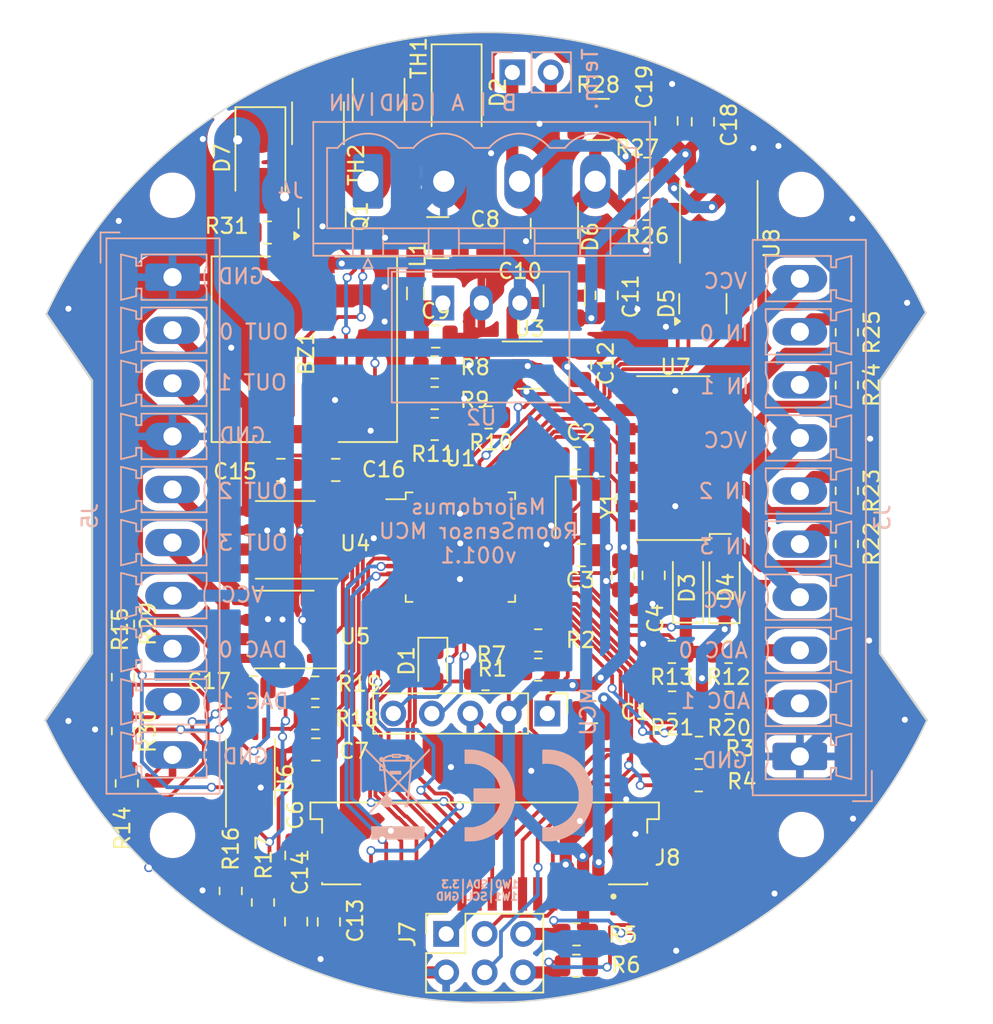
<source format=kicad_pcb>
(kicad_pcb (version 20240108) (generator "pcbnew") (generator_version "8.0")
  (layers (0 "F.Cu" signal) (31 "B.Cu" signal) (34 "B.Paste" user) (35 "F.Paste" user) (36 "B.SilkS" user "B.Silkscreen") (37 "F.SilkS" user "F.Silkscreen") (38 "B.Mask" user) (39 "F.Mask" user) (44 "Edge.Cuts" user))
  (net 0 "")
  (net 1 "LED_WORK")
  (net 2 "Net-(U1-RA6)")
  (net 3 "Net-(U1-RA7)")
  (net 4 "GND")
  (net 5 "/Digital IO/ADC0_MCU")
  (net 6 "/Digital IO/ADC1_MCU")
  (net 7 "Net-(D2-K)")
  (net 8 "/MCU_PIC18/RS485_TX")
  (net 9 "Net-(U2-IN)")
  (net 10 "ICSPDAT")
  (net 11 "ICSPCLK")
  (net 12 "Net-(JP1-Pad2)")
  (net 13 "Net-(U6B-+)")
  (net 14 "PIEZZO")
  (net 15 "/Connectors/RS485-B")
  (net 16 "/Connectors/RS485-A")
  (net 17 "/Connectors/LCD_BACKLIGHT")
  (net 18 "GPIO_2")
  (net 19 "GPIO_1")
  (net 20 "GPIO_0")
  (net 21 "/Connectors/LCD_A0")
  (net 22 "Net-(U6A-+)")
  (net 23 "/Connectors/PIR")
  (net 24 "/Connectors/I2C_SDA")
  (net 25 "/Connectors/I2C_SCL")
  (net 26 "/Connectors/SW_ENTER")
  (net 27 "MCLR")
  (net 28 "/Connectors/SW_MINUS")
  (net 29 "/Connectors/SW_PLUS")
  (net 30 "/Connectors/VIN")
  (net 31 "+12V")
  (net 32 "/Connectors/DIN_3")
  (net 33 "/Connectors/DIN_2")
  (net 34 "Net-(D1-A)")
  (net 35 "Net-(D5-K)")
  (net 36 "/Connectors/DIN_1")
  (net 37 "/Connectors/DIN_0")
  (net 38 "/Connectors/DOUT_0")
  (net 39 "/Connectors/DOUT_1")
  (net 40 "/Connectors/DOUT_2")
  (net 41 "/Connectors/DOUT_3")
  (net 42 "/Connectors/ONE_WIRE_0")
  (net 43 "/Connectors/ONE_WIRE_1")
  (net 44 "/Connectors/ADC_0")
  (net 45 "/Connectors/ADC_1")
  (net 46 "/Connectors/DAC_0")
  (net 47 "/Connectors/DAC_1")
  (net 48 "/Digital IO/GPIO_DOUT_0")
  (net 49 "/Digital IO/GPIO_DOUT_3")
  (net 50 "+5V")
  (net 51 "/Digital IO/GPIO_DOUT_1")
  (net 52 "Net-(J1-Pin_1)")
  (net 53 "+3.3V")
  (net 54 "/Digital IO/GPIO_DOUT_2")
  (net 55 "/Digital IO/GPIO_DIN_3")
  (net 56 "/MCU_PIC18/RS485_TX_ENABLE")
  (net 57 "/MCU_PIC18/RS485_RX")
  (net 58 "/Digital IO/GPIO_DIN_2")
  (net 59 "/Digital IO/PWM0_MCU")
  (net 60 "/Digital IO/PWM1_MCU")
  (net 61 "/Digital IO/GPIO_DIN_1")
  (net 62 "/Digital IO/GPIO_DIN_0")
  (net 63 "Net-(U6B--)")
  (net 64 "Net-(U6A--)")
  (net 65 "Net-(U8-B)")
  (net 66 "Net-(U8-A)")
  (net 67 "Net-(R22-Pad2)")
  (net 68 "Net-(R23-Pad2)")
  (net 71 "/MCU_PIC18/ADC_V_IN")
  (net 72 "/MCU_PIC18/ADC_V_IN_IO")
  (net 73 "Net-(R24-Pad2)")
  (net 74 "Net-(R25-Pad2)")
  (net 75 "/Connectors/SPI_MISO")
  (net 77 "/Connectors/LCD_CS")
  (net 78 "/Connectors/SPI_MOSI")
  (net 79 "/Connectors/SPI_SCLK")
  (net 80 "/Connectors/LED_AMBIENT")
  (net 81 "Net-(R14-Pad1)")
  (net 82 "Net-(R15-Pad1)")
  (net 83 "Net-(BZ1-+)")
  (footprint "Capacitor_SMD:C_0805_2012Metric" (layer "F.Cu") (at 143.27 97.73)
    (property "Reference" "C3")
    (property "Value" "18pF")
  )
  (footprint "Crystal:Crystal_SMD_SeikoEpson_FA238-4Pin_3.2x2.5mm" (layer "F.Cu") (at 143.18 94.54 -90)
    (property "Reference" "Y1")
    (property "Value" "Crystal_GND24")
  )
  (footprint "Diode_SMD:D_SOD-123" (layer "F.Cu") (at 150.32 99.8175 90)
    (property "Reference" "D3")
    (property "Value" "MMSZ4684-E3-08")
  )
  (footprint "Resistor_SMD:R_0805_2012Metric" (layer "F.Cu") (at 122.5785 76.454)
    (property "Reference" "R31")
    (property "Value" "1k")
  )
  (footprint "Capacitor_SMD:C_0805_2012Metric" (layer "F.Cu") (at 127.07 92.11)
    (property "Reference" "C16")
    (property "Value" "1uF")
  )
  (footprint "Resistor_SMD:R_1210_3225Metric" (layer "F.Cu") (at 144.3875 69)
    (property "Reference" "R28")
    (property "Value" "120R")
  )
  (footprint "Capacitor_SMD:C_1210_3225Metric" (layer "F.Cu") (at 133.8 76.8)
    (property "Reference" "C8")
    (property "Value" "10uF")
  )
  (footprint "MountingHole:MountingHole_2.5mm" (layer "F.Cu") (at 116.3 74)
    (property "Reference" " ")
    (property "Value" "MountingHole_2.5mm")
  )
  (footprint "Resistor_SMD:R_0805_2012Metric" (layer "F.Cu") (at 113.284 112.776 -90)
    (property "Reference" "R14")
    (property "Value" "6k8")
  )
  (footprint "Package_SO:SOIC-8_3.9x4.9mm_P1.27mm" (layer "F.Cu") (at 123.74 96.72 180)
    (property "Reference" "U4")
    (property "Value" "IX4427N")
  )
  (footprint "Capacitor_SMD:C_0805_2012Metric" (layer "F.Cu") (at 125.76 110.54 180)
    (property "Reference" "C7")
    (property "Value" "1uF")
  )
  (footprint "Capacitor_SMD:C_0805_2012Metric" (layer "F.Cu") (at 142.96 91.34)
    (property "Reference" "C2")
    (property "Value" "18pF")
  )
  (footprint "Resistor_SMD:R_0805_2012Metric" (layer "F.Cu") (at 137.16 88.646 180)
    (property "Reference" "R10")
    (property "Value" "1k")
  )
  (footprint "Capacitor_SMD:C_0805_2012Metric" (layer "F.Cu") (at 144.95 80.6 90)
    (property "Reference" "C11")
    (property "Value" "1uF")
  )
  (footprint "Resistor_SMD:R_0805_2012Metric" (layer "F.Cu") (at 125.7175 106.46)
    (property "Reference" "R19")
    (property "Value" "10k")
  )
  (footprint "Resistor_SMD:R_0805_2012Metric" (layer "F.Cu") (at 140.4375 103.35)
    (property "Reference" "R2")
    (property "Value" "100R")
  )
  (footprint "Resistor_SMD:R_0805_2012Metric" (layer "F.Cu") (at 133.604 87.376)
    (property "Reference" "R9")
    (property "Value" "1k")
  )
  (footprint "Package_QFP:TQFP-48_7x7mm_P0.5mm" (layer "F.Cu") (at 135.3 97.2)
    (property "Reference" "U1")
    (property "Value" "PIC18F57K42" (hide yes))
  )
  (footprint "Capacitor_SMD:C_0805_2012Metric" (layer "F.Cu") (at 121.65 106.44 180)
    (property "Reference" "C17")
    (property "Value" "100nF")
  )
  (footprint "Resistor_SMD:R_0805_2012Metric" (layer "F.Cu") (at 113.03 109.3235 -90)
    (property "Reference" "R30")
    (property "Value" "660R")
  )
  (footprint "Capacitor_SMD:C_0805_2012Metric" (layer "F.Cu") (at 146.03 99.06 -90)
    (property "Reference" "C5" (hide yes))
    (property "Value" "100nF")
  )
  (footprint "Resistor_SMD:R_0805_2012Metric" (layer "F.Cu") (at 153 104.11 180)
    (property "Reference" "R12")
    (property "Value" "10k")
  )
  (footprint "Capacitor_SMD:C_0805_2012Metric" (layer "F.Cu") (at 144.075 108.075)
    (property "Reference" "C1")
    (property "Value" "100nF")
  )
  (footprint "Capacitor_SMD:C_0805_2012Metric" (layer "F.Cu") (at 151.3 69.15 90)
    (property "Reference" "C18")
    (property "Value" "100nF")
  )
  (footprint "Capacitor_SMD:C_1210_3225Metric" (layer "F.Cu") (at 142.15 80.625 90)
    (property "Reference" "C10")
    (property "Value" "10uF")
  )
  (footprint "Inductor_SMD:L_0805_2012Metric" (layer "F.Cu") (at 132.334 80.4715 90)
    (property "Reference" "L1")
    (property "Value" "4.7 uH")
  )
  (footprint "Capacitor_SMD:C_0805_2012Metric" (layer "F.Cu") (at 143.2 85.2 90)
    (property "Reference" "C12")
    (property "Value" "1uF")
  )
  (footprint "Fuse:Fuse_1812_4532Metric_Pad1.30x3.40mm_HandSolder" (layer "F.Cu") (at 129.9 67.7 -90)
    (property "Reference" "TH1")
    (property "Value" "MF-MSMF050-2")
  )
  (footprint "Capacitor_SMD:C_0805_2012Metric" (layer "F.Cu") (at 124.475 117.525 -90)
    (property "Reference" "C6")
    (property "Value" "100nF")
  )
  (footprint "Resistor_SMD:R_0805_2012Metric" (layer "F.Cu") (at 149.2575 104.11 180)
    (property "Reference" "R13")
    (property "Value" "1k")
  )
  (footprint "Resistor_SMD:R_0805_2012Metric" (layer "F.Cu") (at 136.96 105.9 180)
    (property "Reference" "R7")
    (property "Value" "1k")
  )
  (footprint "Diode_SMD:D_SMA" (layer "F.Cu") (at 122.1 71.7 -90)
    (property "Reference" "D7")
    (property "Value" "SMAJ28")
  )
  (footprint "Resistor_SMD:R_0805_2012Metric" (layer "F.Cu") (at 153.0325 107.46 180)
    (property "Reference" "R20")
    (property "Value" "10k")
  )
  (footprint "Diode_SMD:D_SMA" (layer "F.Cu") (at 135.05 67.45 -90)
    (property "Reference" "D2")
    (property "Value" "SMAJ28")
  )
  (footprint "MountingHole:MountingHole_2.5mm" (layer "F.Cu") (at 157.8 116.15)
    (property "Reference" " ")
    (property "Value" "MountingHole_2.5mm")
  )
  (footprint "Resistor_SMD:R_0805_2012Metric" (layer "F.Cu") (at 160.8 83.0375 -90)
    (property "Reference" "R25")
    (property "Value" "1k5")
  )
  (footprint "LED_SMD:LED_0805_2012Metric_Pad1.15x1.40mm_HandSolder" (layer "F.Cu") (at 133.48 105.03 -90)
    (property "Reference" "D1")
    (property "Value" "LED")
  )
  (footprint "MyFootprint:WURTH_68611614422" (layer "F.Cu") (at 136.9 120.065 180)
    (property "Reference" "J8")
    (property "Value" "68611614422")
  )
  (footprint "Diode_SMD:D_SOD-123" (layer "F.Cu") (at 152.73 99.8475 90)
    (property "Reference" "D4")
    (property "Value" "MMSZ4684-E3-08")
  )
  (footprint "Buzzer_Beeper:Buzzer_Murata_PKLCS1212E" (layer "F.Cu") (at 125 84.15 -90)
    (property "Reference" "BZ1")
    (property "Value" "PKLCS1212E2400-R1")
  )
  (footprint "Resistor_SMD:R_0805_2012Metric" (layer "F.Cu") (at 147.6375 72.25)
    (property "Reference" "R27")
    (property "Value" "10R")
  )
  (footprint "Resistor_SMD:R_0805_2012Metric" (layer "F.Cu") (at 160.8 93.4875 -90)
    (property "Reference" "R23")
    (property "Value" "1k5")
  )
  (footprint "Package_TO_SOT_SMD:SOT-23-5" (layer "F.Cu") (at 139.8775 85.2)
    (property "Reference" "U3")
    (property "Value" "TLV70233DBVR")
  )
  (footprint "Resistor_SMD:R_0805_2012Metric" (layer "F.Cu") (at 120.14 119.8675 -90)
    (property "Reference" "R16")
    (property "Value" "3k3")
  )
  (footprint "Package_SO:SOIC-8_3.9x4.9mm_P1.27mm" (layer "F.Cu") (at 152.35 75 90)
    (property "Reference" "U8")
    (property "Value" "SN75176BDR")
  )
  (footprint "Resistor_SMD:R_0805_2012Metric" (layer "F.Cu") (at 140.4375 105.275)
    (property "Reference" "R1")
    (property "Value" "10k")
  )
  (footprint "Resistor_SMD:R_0805_2012Metric" (layer "F.Cu") (at 160.8 86.5125 -90)
    (property "Reference" "R24")
    (property "Value" "1k5")
  )
  (footprint "Resistor_SMD:R_0805_2012Metric" (layer "F.Cu") (at 125.7225 108.49)
    (property "Reference" "R18")
    (property "Value" "10k")
  )
  (footprint "Capacitor_SMD:C_0805_2012Metric" (layer "F.Cu") (at 133.67 83.312)
    (property "Reference" "C9")
    (property "Value" "1uF")
  )
  (footprint "Resistor_SMD:R_0805_2012Metric" (layer "F.Cu") (at 113.03 105.7675 -90)
    (property "Reference" "R15")
    (property "Value" "6k8")
  )
  (footprint "Capacitor_SMD:C_0805_2012Metric" (layer "F.Cu") (at 148.05 99.06 -90)
    (property "Reference" "C4")
    (property "Value" "1uF")
  )
  (footprint "Capacitor_SMD:C_0805_2012Metric" (layer "F.Cu") (at 126.62 121.91 -90)
    (property "Reference" "C13")
    (property "Value" "1uF")
  )
  (footprint "Resistor_SMD:R_0805_2012Metric" (layer "F.Cu") (at 149.27 107.44 180)
    (property "Reference" "R21")
    (property "Value" "1k")
  )
  (footprint "Fuse:Fuse_1812_4532Metric_Pad1.30x3.40mm_HandSolder" (layer "F.Cu") (at 125.9 69.25 -90)
    (property "Reference" "TH2")
    (property "Value" "BSMD1812-110-33V")
  )
  (footprint "Capacitor_SMD:C_0805_2012Metric" (layer "F.Cu") (at 123.45 92.11 180)
    (property "Reference" "C15")
    (property "Value" "100nF")
  )
  (footprint "Resistor_SMD:R_0805_2012Metric" (layer "F.Cu") (at 147.5875 74.9)
    (property "Reference" "R26")
    (property "Value" "10R")
  )
  (footprint "Capacitor_SMD:C_0805_2012Metric" (layer "F.Cu") (at 148.9 69.1 90)
    (property "Reference" "C19")
    (property "Value" "1uF")
  )
  (footprint "Package_SO:SOP-16_4.4x10.4mm_P1.27mm" (layer "F.Cu") (at 149.35 91.33 180)
    (property "Reference" "U7")
    (property "Value" "LTV-247")
  )
  (footprint "Package_TO_SOT_SMD:SOT-23" (layer "F.Cu") (at 151.3 81.15 90)
    (property "Reference" "D5")
    (property "Value" "BAS70LT1G")
  )
  (footprint "Resistor_SMD:R_0805_2012Metric" (layer "F.Cu") (at 151.05 110.425)
    (property "Reference" "R3")
    (property "Value" "4k7")
  )
  (footprint "Resistor_SMD:R_0805_2012Metric" (layer "F.Cu") (at 113.03 102.2585 -90)
    (property "Reference" "R29")
    (property "Value" "660R")
  )
  (footprint "Package_TO_SOT_SMD:SOT-23" (layer "F.Cu") (at 126.172 75.5165 90)
    (property "Reference" "Q1")
    (property "Value" "MMBF170")
  )
  (footprint "Connector_PinHeader_2.54mm:PinHeader_1x05_P2.54mm_Vertical" (layer "F.Cu") (at 141.035 108.17 -90)
    (property "Reference" "MCU")
    (property "Value" "CONN_DEBUG")
  )
  (footprint "Resistor_SMD:R_0805_2012Metric" (layer "F.Cu") (at 142.9525 124.8 180)
    (property "Reference" "R6")
    (property "Value" "4k7")
  )
  (footprint "Resistor_SMD:R_0805_2012Metric" (layer "F.Cu") (at 160.8 96.9875 -90)
    (property "Reference" "R22")
    (property "Value" "1k5")
  )
  (footprint "Resistor_SMD:R_0805_2012Metric" (layer "F.Cu") (at 133.604 85.344)
    (property "Reference" "R8")
    (property "Value" "10k")
  )
  (footprint "Package_TO_SOT_SMD:SOT-23" (layer "F.Cu") (at 141.5 76.1875 -90)
    (property "Reference" "D6")
    (property "Value" "D_TVS_x2_AAC")
  )
  (footprint "Resistor_SMD:R_0805_2012Metric" (layer "F.Cu") (at 151.025 112.575)
    (property "Reference" "R4")
    (property "Value" "4k7")
  )
  (footprint "Capacitor_SMD:C_0805_2012Metric" (layer "F.Cu") (at 124.46 121.89 -90)
    (property "Reference" "C14")
    (property "Value" "1uF")
  )
  (footprint "Resistor_SMD:R_0805_2012Metric" (layer "F.Cu") (at 142.9625 122.73 180)
    (property "Reference" "R5")
    (property "Value" "4k7")
  )
  (footprint "Package_SO:TSSOP-8_4.4x3mm_P0.65mm" (layer "F.Cu") (at 121.44 112.04 90)
    (property "Reference" "U6")
    (property "Value" "LM358")
  )
  (footprint "MountingHole:MountingHole_2.5mm" (layer "F.Cu") (at 116.3 116.2)
    (property "Reference" " ")
    (property "Value" "MountingHole_2.5mm")
  )
  (footprint "Connector_PinSocket_2.54mm:PinSocket_2x03_P2.54mm_Vertical" (layer "F.Cu") (at 134.36 122.7 90)
    (property "Reference" "J7")
    (property "Value" "Conn_01x06")
  )
  (footprint "MountingHole:MountingHole_2.5mm" (layer "F.Cu") (at 157.8 73.95)
    (property "Reference" " ")
    (property "Value" "MountingHole_2.5mm")
  )
  (footprint "Package_SO:SOIC-8_3.9x4.9mm_P1.27mm" (layer "F.Cu") (at 123.67 102.63 180)
    (property "Reference" "U5")
    (property "Value" "IX4427N")
  )
  (footprint "Resistor_SMD:R_0805_2012Metric" (layer "F.Cu") (at 133.604 89.408)
    (property "Reference" "R11")
    (property "Value" "10k")
  )
  (footprint "Resistor_SMD:R_0805_2012Metric" (layer "F.Cu") (at 122.27 120.6275 -90)
    (property "Reference" "R17")
    (property "Value" "3k3")
  )
  (footprint "Connector_Phoenix_MSTB:PhoenixContact_MSTBVA_2,5_4-G_1x04_P5.00mm_Vertical" (layer "B.Cu") (at 129.2 73.0775)
    (property "Reference" "J4")
    (property "Value" "Conn_01x04")
  )
  (footprint "Symbol:CE-Logo_8.5x6mm_SilkScreen" (layer "B.Cu") (at 139.81 113.57 180)
    (property "Reference" "REF**" (hide yes))
    (property "Value" "CE-Logo_8.5x6mm_SilkScreen" (hide yes))
  )
  (footprint "Symbol:WEEE-Logo_4.2x6mm_SilkScreen" (layer "B.Cu") (at 131.16 113.46 180)
    (property "Reference" "REF**" (hide yes))
    (property "Value" "WEEE-Logo_4.2x6mm_SilkScreen" (hide yes))
  )
  (footprint "Connector_Phoenix_MC:PhoenixContact_MCV_1,5_10-G-3.5_1x10_P3.50mm_Vertical" (layer "B.Cu") (at 116.3 79.4 -90)
    (property "Reference" "J5")
    (property "Value" "Conn_01x10")
  )
  (footprint "Connector_Phoenix_MC:PhoenixContact_MCV_1,5_10-G-3.5_1x10_P3.50mm_Vertical" (layer "B.Cu") (at 157.7 111 90)
    (property "Reference" "J3")
    (property "Value" "Conn_01x10")
  )
  (footprint "Converter_DCDC:Converter_DCDC_RECOM_R-78E-0.5_THT" (layer "B.Cu") (at 134.143 81.1025)
    (property "Reference" "U2")
    (property "Value" "R-78E5-0.5")
  )
  (footprint "Connector_PinHeader_2.54mm:PinHeader_1x02_P2.54mm_Vertical" (layer "B.Cu") (at 138.725 65.9 -90)
    (property "Reference" "Term.")
    (property "Value" "Jumper")
  )
  (gr_line (start 110.99 86.21) (end 107.974533 81.82398) (stroke (width 0.15)) (layer "Edge.Cuts"))
  (gr_line (start 162.99 104.21) (end 166.083038 108.606793) (stroke (width 0.15)) (layer "Edge.Cuts"))
  (gr_line (start 162.99 104.21) (end 162.99 86.21) (stroke (width 0.15)) (layer "Edge.Cuts"))
  (gr_arc (start 166.083038 108.606793) (mid 136.999405 127.239343) (end 107.904835 108.623877) (stroke (width 0.1)) (layer "Edge.Cuts"))
  (gr_line (start 110.99 104.21) (end 110.99 86.21) (stroke (width 0.15)) (layer "Edge.Cuts"))
  (gr_line (start 110.99 104.21) (end 107.904835 108.623877) (stroke (width 0.15)) (layer "Edge.Cuts"))
  (gr_line (start 162.99 86.21) (end 166.007325 81.753313) (stroke (width 0.15)) (layer "Edge.Cuts"))
  (gr_arc (start 107.974533 81.82398) (mid 136.968373 63.265058) (end 166.007325 81.753313) (stroke (width 0.1)) (layer "Edge.Cuts"))
  (gr_text "B | A |GND|VIN" (at 139.13 68.5 0) (layer "B.SilkS") (effects (font (size 1 1)) (justify left bottom mirror)))
  (gr_text "1W0|SDA|3.3\n 1W1|SCL|GND" (at 136.58 120.53 0) (layer "B.SilkS") (effects (font (size 0.5 0.5) (thickness 0.125)) (justify bottom mirror)))
  (gr_text "OUT 2" (at 123.99 94.09 0) (layer "B.SilkS") (effects (font (size 1 1)) (justify left bottom mirror)))
  (gr_text "ADC 0" (at 154.36 104.59 0) (layer "B.SilkS") (effects (font (size 1 1)) (justify left bottom mirror)))
  (gr_text "GND" (at 122.55 90.43 0) (layer "B.SilkS") (effects (font (size 1 1)) (justify left bottom mirror)))
  (gr_text "VCC" (at 122.45 100.93 0) (layer "B.SilkS") (effects (font (size 1 1)) (justify left bottom mirror)))
  (gr_text "IN 1" (at 154.46 87.19 0) (layer "B.SilkS") (effects (font (size 1 1)) (justify left bottom mirror)))
  (gr_text "IN 3" (at 154.41 97.74 0) (layer "B.SilkS") (effects (font (size 1 1)) (justify left bottom mirror)))
  (gr_text "GND" (at 122.75 111.59 0) (layer "B.SilkS") (effects (font (size 1 1)) (justify left bottom mirror)))
  (gr_text "GND" (at 122.45 79.93 0) (layer "B.SilkS") (effects (font (size 1 1)) (justify left bottom mirror)))
  (gr_text "VCC" (at 154.26 101.29 0) (layer "B.SilkS") (effects (font (size 1 1)) (justify left bottom mirror)))
  (gr_text "VCC" (at 154.31 90.74 0) (layer "B.SilkS") (effects (font (size 1 1)) (justify left bottom mirror)))
  (gr_text "IN 0" (at 154.41 83.69 0) (layer "B.SilkS") (effects (font (size 1 1)) (justify left bottom mirror)))
  (gr_text "GND" (at 154.36 111.84 0) (layer "B.SilkS") (effects (font (size 1 1)) (justify left bottom mirror)))
  (gr_text "Majordomus\nRoomSensor MCU\nv001.1\n" (at 136.49 98.34 0) (layer "B.SilkS") (effects (font (size 1 1)) (justify bottom mirror)))
  (gr_text "OUT 1" (at 123.94 86.93 0) (layer "B.SilkS") (effects (font (size 1 1)) (justify left bottom mirror)))
  (gr_text "VCC" (at 154.31 80.24 0) (layer "B.SilkS") (effects (font (size 1 1)) (justify left bottom mirror)))
  (gr_text "DAC 1" (at 124.05 107.94 0) (layer "B.SilkS") (effects (font (size 1 1)) (justify left bottom mirror)))
  (gr_text "OUT 3" (at 124 97.5 0) (layer "B.SilkS") (effects (font (size 1 1)) (justify left bottom mirror)))
  (gr_text "DAC 0" (at 124 104.55 0) (layer "B.SilkS") (effects (font (size 1 1)) (justify left bottom mirror)))
  (gr_text "OUT 0" (at 124.04 83.59 0) (layer "B.SilkS") (effects (font (size 1 1)) (justify left bottom mirror)))
  (gr_text "ADC 1" (at 154.51 107.93 0) (layer "B.SilkS") (effects (font (size 1 1)) (justify left bottom mirror)))
  (gr_text "IN 2" (at 154.36 94.09 0) (layer "B.SilkS") (effects (font (size 1 1)) (justify left bottom mirror)))
  (segment (start 134.54 102.945) (end 133.48 104.005) (width 0.25) (layer "F.Cu") (net 1))
  (segment (start 134.54 101.3725) (end 134.54 102.945) (width 0.25) (layer "F.Cu") (net 1))
  (segment (start 134.55 101.3625) (end 134.54 101.3725) (width 0.25) (layer "F.Cu") (net 1))
  (segment (start 140.74 95.55) (end 140.34 95.95) (width 0.25) (layer "F.Cu") (net 2))
  (segment (start 140.34 95.95) (end 139.4625 95.95) (width 0.25) (layer "F.Cu") (net 2))
  (segment (start 142.38 93.44) (end 140.74 95.08) (width 0.25) (layer "F.Cu") (net 2))
  (segment (start 142.01 93.07) (end 142.38 93.44) (width 0.25) (layer "F.Cu") (net 2))
  (segment (start 140.74 95.08) (end 140.74 95.55) (width 0.25) (layer "F.Cu") (net 2))
  (segment (start 142.01 91.34) (end 142.01 93.07) (width 0.25) (layer "F.Cu") (net 2))
  (segment (start 143.205 96.565) (end 143.98 95.79) (width 0.25) (layer "F.Cu") (net 3))
  (segment (start 142.32 97.73) (end 142.32 97.275) (width 0.25) (layer "F.Cu") (net 3))
  (segment (start 141.14 96.45) (end 139.4625 96.45) (width 0.25) (layer "F.Cu") (net 3))
  (segment (start 141.14 96.45) (end 141.255 96.565) (width 0.25) (layer "F.Cu") (net 3))
  (segment (start 141.255 96.565) (end 143.03 96.565) (width 0.25) (layer "F.Cu") (net 3))
  (segment (start 141.3 96.45) (end 141.14 96.45) (width 0.25) (layer "F.Cu") (net 3))
  (segment (start 142.32 97.275) (end 143.03 96.565) (width 0.25) (layer "F.Cu") (net 3))
  (segment (start 143.03 96.565) (end 143.205 96.565) (width 0.25) (layer "F.Cu") (net 3))
  (segment (start 143.98 95.79) (end 143.98 95.64) (width 0.25) (layer "F.Cu") (net 3))
  (segment (start 111.19 104.63) (end 111.19 109.22) (width 0.8) (layer "F.Cu") (net 4))
  (segment (start 120.7 106.44) (end 120.7 105.80901) (width 0.25) (layer "F.Cu") (net 4))
  (segment (start 154.255 72.525) (end 154.64 72.14) (width 0.8) (layer "F.Cu") (net 4))
  (segment (start 125.515 96.085) (end 126.215 96.085) (width 0.25) (layer "F.Cu") (net 4))
  (segment (start 131.1375 96.95) (end 129.92 96.95) (width 0.25) (layer "F.Cu") (net 4))
  (segment (start 143.91 91.34) (end 143.91 93.37) (width 0.25) (layer "F.Cu") (net 4))
  (segment (start 135.852 83.312) (end 135.89 83.35) (width 0.25) (layer "F.Cu") (net 4))
  (segment (start 124.88 100.96533) (end 124.88 96.72) (width 0.25) (layer "F.Cu") (net 4))
  (segment (start 111.39 99.06) (end 111.39 104.43) (width 0.8) (layer "F.Cu") (net 4))
  (segment (start 136.683 81.1025) (end 137.585 80.2005) (width 1.2) (layer "F.Cu") (net 4))
  (segment (start 137.15 67.7) (end 135.4 69.45) (width 0.8) (layer "F.Cu") (net 4))
  (segment (start 125.95 93.22) (end 126.91 93.22) (width 0.25) (layer "F.Cu") (net 4))
  (segment (start 145.025 108.075) (end 143.025 110.075) (width 0.25) (layer "F.Cu") (net 4))
  (segment (start 143.91 93.37) (end 143.98 93.44) (width 0.25) (layer "F.Cu") (net 4))
  (segment (start 138.0725 88.327526) (end 135.89 86.145026) (width 0.25) (layer "F.Cu") (net 4))
  (segment (start 147.98 100.94) (end 147.98 100.08) (width 0.25) (layer "F.Cu") (net 4))
  (segment (start 128.662288 125.24) (end 134.36 125.24) (width 0.8) (layer "F.Cu") (net 4))
  (segment (start 146.98 81.511497) (end 146.98 81.588503) (width 1.2) (layer "F.Cu") (net 4))
  (segment (start 142.4 120.065) (end 142.4 118.28) (width 0.8) (layer "F.Cu") (net 4))
  (segment (start 126.62 123.197712) (end 127.311144 123.888856) (width 0.8) (layer "F.Cu") (net 4))
  (segment (start 125.385 96.085) (end 124.73 95.43) (width 0.25) (layer "F.Cu") (net 4))
  (segment (start 149.48 86.9) (end 149.46 86.88) (width 0.25) (layer "F.Cu") (net 4))
  (segment (start 126.91 93.22) (end 128.02 92.11) (width 0.25) (layer "F.Cu") (net 4))
  (segment (start 149.48 94.5) (end 149.48 86.9) (width 0.8) (layer "F.Cu") (net 4))
  (segment (start 137.15 64.675) (end 137.15 67.7) (width 0.8) (layer "F.Cu") (net 4))
  (segment (start 116.3 79.4) (end 115.293755 79.4) (width 3) (layer "F.Cu") (net 4))
  (segment (start 117.19965 119.83) (end 118.28 119.83) (width 0.8) (layer "F.Cu") (net 4))
  (segment (start 148.969702 68.080298) (end 148.9 68.15) (width 0.8) (layer "F.Cu") (net 4))
  (segment (start 135.89 83.35) (end 135.89 81.8955) (width 0.8) (layer "F.Cu") (net 4))
  (segment (start 147.98 100.08) (end 148.05 100.01) (width 0.25) (layer "F.Cu") (net 4))
  (segment (start 142.38 95.14) (end 142.38 95.64) (width 0.25) (layer "F.Cu") (net 4))
  (segment (start 141.385 77.01) (end 141.5 77.125) (width 1.2) (layer "F.Cu") (net 4))
  (segment (start 126.604 76.454) (end 126.2 76.05) (width 0.25) (layer "F.Cu") (net 4))
  (segment (start 135.83 108.295) (end 135.955 108.17) (width 0.25) (layer "F.Cu") (net 4))
  (segment (start 137.585 77.01) (end 137.585 76.4625) (width 1.2) (layer "F.Cu") (net 4))
  (segment (start 144.74 97.21) (end 144.22 97.73) (width 0.25) (layer "F.Cu") (net 4))
  (segment (start 142.25 116.194594) (end 144.614594 113.83) (width 0.8) (layer "F.Cu") (net 4))
  (segment (start 124.88 96.72) (end 125.515 96.085) (width 0.25) (layer "F.Cu") (net 4))
  (segment (start 139.532415 97.019915) (end 139.4625 96.95) (width 0.25) (layer "F.Cu") (net 4))
  (segment (start 122.1 73.7) (end 121.013566 73.7) (width 3) (layer "F.Cu") (net 4))
  (segment (start 142.4 118.28) (end 142.25 118.13) (width 0.8) (layer "F.Cu") (net 4))
  (segment (start 126.215 96.085) (end 124.815 96.085) (width 0.25) (layer "F.Cu") (net 4))
  (segment (start 122.415 114.9025) (end 122.415 113.345) (width 0.25) (layer "F.Cu") (net 4))
  (segment (start 149.8925 98.1675) (end 148.05 100.01) (width 0.8) (layer "F.Cu") (net 4))
  (segment (start 146.03 100.01) (end 145.4955 100.01) (width 0.25) (layer "F.Cu") (net 4))
  (segment (start 134.5165 87.376) (end 135.526 87.376) (width 0.25) (layer "F.Cu") (net 4))
  (segment (start 141.5 77.125) (end 141.5 78.5) (width 1.2) (layer "F.Cu") (net 4))
  (segment (start 149.86 94.88) (end 149.48 94.5) (width 0.8) (layer "F.Cu") (net 4))
  (segment (start 146.98 81.588503) (end 144.318503 84.25) (width 1.2) (layer "F.Cu") (net 4))
  (segment (start 112.85 81.843755) (end 112.85 87.456245) (width 3) (layer "F.Cu") (net 4))
  (segment (start 144.45 79.15) (end 144.95 79.65) (width 1.2) (layer "F.Cu") (net 4))
  (segment (start 153.100298 68.080298) (end 148.969702 68.080298) (width 0.8) (layer "F.Cu") (net 4))
  (segment (start 146.03 100.01) (end 148.05 100.01) (width 0.25) (layer "F.Cu") (net 4))
  (segment (start 111.76 113.03) (end 111.76 113.944588) (width 0.8) (layer "F.Cu") (net 4))
  (segment (start 123.45 91.16) (end 127.07 91.16) (width 0.25) (layer "F.Cu") (net 4))
  (segment (start 145.618464 64.868464) (end 142.258464 64.868464) (width 0.8) (layer "F.Cu") (net 4))
  (segment (start 125.90967 101.995) (end 124.88 100.96533) (width 0.25) (layer "F.Cu") (net 4))
  (segment (start 124.815 96.085) (end 124.76 96.14) (width 0.25) (layer "F.Cu") (net 4))
  (segment (start 120.14 120.78) (end 119.409056 120.049056) (width 0.8) (layer "F.Cu") (net 4))
  (segment (start 150.32 98.1675) (end 149.8925 98.1675) (width 0.8) (layer "F.Cu") (net 4))
  (segment (start 111.39 104.43) (end 111.19 104.63) (width 0.8) (layer "F.Cu") (net 4))
  (segment (start 130.325 80.025) (end 129.875 80.475) (width 1.2) (layer "F.Cu") (net 4))
  (segment (start 125.99 118.475) (end 126.8 117.665) (width 0.25) (layer "F.Cu") (net 4))
  (segment (start 124.73 94.44) (end 125.95 93.22) (width 0.25) (layer "F.Cu") (net 4))
  (segment (start 122.5 92.11) (end 123.45 91.16) (width 0.25) (layer "F.Cu") (net 4))
  (segment (start 112.85 98.19) (end 112.49 98.55) (width 3) (layer "F.Cu") (net 4))
  (segment (start 143.91 92.0745) (end 144.2655 92.43) (width 0.25) (layer "F.Cu") (net 4))
  (segment (start 115.293755 79.4) (end 112.85 81.843755) (width 3) (layer "F.Cu") (net 4))
  (segment (start 135.128 72.1495) (end 135.128 69.528) (width 3) (layer "F.Cu") (net 4))
  (segment (start 114.4 117.03035) (end 117.19965 119.83) (width 0.8) (layer "F.Cu") (net 4))
  (segment (start 124.46 122.84) (end 126.6 122.84) (width 0.8) (layer "F.Cu") (net 4))
  (segment (start 124.81 110.54) (end 122.3 113.05) (width 0.25) (layer "F.Cu") (net 4))
  (segment (start 146.2 89.42) (end 152.5 89.42) (width 0.25) (layer "F.Cu") (net 4))
  (segment (start 135.89 85.344) (end 135.89 85.2075) (width 0.8) (layer "F.Cu") (net 4))
  (segment (start 139.74 85.26) (end 139.68 85.2) (width 0.8) (layer "F.Cu") (net 4))
  (segment (start 136.51125 75.38875) (end 134.2 73.0775) (width 1.2) (layer "F.Cu") (net 4))
  (segment (start 129.92 96.95) (end 129.58 96.61) (width 0.25) (layer "F.Cu") (net 4))
  (segment (start 135.4 69.45) (end 135.05 69.45) (width 0.8) (layer "F.Cu") (net 4))
  (segment (start 127.07 91.16) (end 128.02 92.11) (width 0.25) (layer "F.Cu") (net 4))
  (segment (start 150.32 98.1675) (end 150.32 95.34) (width 0.8) (layer "F.Cu") (net 4))
  (segment (start 135.526 87.376) (end 135.55 87.4) (width 0.25) (layer "F.Cu") (net 4))
  (segment (start 137.585 80.2005) (end 137.585 77.01) (width 1.2) (layer "F.Cu") (net 4))
  (segment (start 121.013566 73.7) (end 116.3 78.413566) (width 3) (layer "F.Cu") (net 4))
  (segment (start 112.46901 99.06) (end 111.39 99.06) (width 0.25) (layer "F.Cu") (net 4))
  (segment (start 143.98 93.54) (end 142.38 95.14) (width 0.25) (layer "F.Cu") (net 4))
  (segment (start 111.506 112.776) (end 111.76 113.03) (width 0.8) (layer "F.Cu") (net 4))
  (segment (start 120.7 105.80901) (end 116.62099 101.73) (width 0.25) (layer "F.Cu") (net 4))
  (segment (start 139.4625 96.95) (end 131.1375 96.95) (width 0.25) (layer "F.Cu") (net 4))
  (segment (start 146.85 116.1095) (end 146.85 117.515) (width 0.8) (layer "F.Cu") (net 4))
  (segment (start 127.311144 123.888856) (end 128.662288 125.24) (width 0.8) (layer "F.Cu") (net 4))
  (segment (start 130.325 80.025) (end 130.3 80.05) (width 1.2) (layer "F.Cu") (net 4))
  (segment (start 143.025 110.075) (end 137.86 110.075) (width 0.25) (layer "F.Cu") (net 4))
  (segment (start 141.43 95.64) (end 141.29 95.78) (width 0.25) (layer "F.Cu") (net 4))
  (segment (start 114.424 112.776) (end 116.3 110.9) (width 0.25) (layer "F.Cu") (net 4))
  (segment (start 148.345 104.11) (end 147.89 104.11) (width 0.25) (layer "F.Cu") (net 4))
  (segment (start 126.145 101.995) (end 124.915 101.995) (width 0.25) (layer "F.Cu") (net 4))
  (segment (start 111.19 112.46) (end 111.19 109.22) (width 0.8) (layer "F.Cu") (net 4))
  (segment (start 144.318503 84.25) (end 143.2 84.25) (width 1.2) (layer "F.Cu") (net 4))
  (segment (start 135.89 81.8955) (end 136.683 81.1025) (width 0.8) (layer "F.Cu") (net 4))
  (segment (start 127.311144 123.788856) (end 128.2 122.9) (width 0.8) (layer "F.Cu") (net 4))
  (segment (start 112.85 87.456245) (end 112.85 98.19) (width 3) (layer "F.Cu") (net 4))
  (segment (start 142.15 79.15) (end 144.45 79.15) (width 1.2) (layer "F.Cu") (net 4))
  (segment (start 154.64 69.62) (end 153.100298 68.080298) (width 0.8) (layer "F.Cu") (net 4))
  (segment (start 145.06 97.21) (end 144.74 97.21) (width 0.25) (layer "F.Cu") (net 4))
  (segment (start 139.68 85.2) (end 138.74 85.2) (width 0.8) (layer "F.Cu") (net 4))
  (segment (start 149.46 86.88) (end 146.2 86.88) (width 0.25) (layer "F.Cu") (net 4))
  (segment (start 115.13901 101.73) (end 112.46901 99.06) (width 0.25) (layer "F.Cu") (net 4))
  (segment (start 111.76 113.944588) (end 114.4 116.584588) (width 0.8) (layer "F.Cu") (net 4))
  (segment (start 145.025 108.075) (end 145.025 107.425) (width 0.25) (layer "F.Cu") (net 4))
  (segment (start 117.375 80.475) (end 116.3 79.4) (width 1.2) (layer "F.Cu") (net 4))
  (segment (start 116.62099 101.73) (end 115.13901 101.73) (width 0.25) (layer "F.Cu") (net 4))
  (segment (start 137.585 77.01) (end 139.61 77.01) (width 1.2) (layer "F.Cu") (net 4))
  (segment (start 121.51 120.78) (end 122.27 121.54) (width 0.8) (layer "F.Cu") (net 4))
  (segment (start 146.2 94.5) (end 149.48 94.5) (width 0.25) (layer "F.Cu") (net 4))
  (segment (start 130.325 76.8) (end 130.325 80.025) (width 1.2) (layer "F.Cu") (net 4))
  (segment (start 120.14 120.78) (end 121.51 120.78) (width 0.8) (layer "F.Cu") (net 4))
  (segment (start 122.1 73.7) (end 123.294 73.7) (width 3) (layer "F.Cu") (net 4))
  (segment (start 142.38 95.64) (end 141.43 95.64) (width 0.25) (layer "F.Cu") (net 4))
  (segment (start 136.51125 75.56375) (end 135.275 76.8) (width 1.2) (layer "F.Cu") (net 4))
  (segment (start 135.89 86.145026) (end 135.89 85.2075) (width 0.25) (layer "F.Cu") (net 4))
  (segment (start 116.3 78.413566) (end 116.3 79.4) (width 3) (layer "F.Cu") (net 4))
  (segment (start 146.2 91.97) (end 152.5 91.97) (width 0.25) (layer "F.Cu") (net 4))
  (segment (start 141.5 78.5) (end 142.15 79.15) (width 1.2) (layer "F.Cu") (net 4))
  (segment (start 143.91 91.34) (end 143.91 92.0745) (width 0.25) (layer "F.Cu") (net 4))
  (segment (start 111.506 112.776) (end 114.424 112.776) (width 0.25) (layer "F.Cu") (net 4))
  (segment (start 124.202 73.6) (end 123.698 74.104) (width 0.25) (layer "F.Cu") (net 4))
  (segment (start 135.128 69.528) (end 135.05 69.45) (width 3) (layer "F.Cu") (net 4))
  (segment (start 128.2 122.9) (end 128.2 119.065) (width 0.8) (layer "F.Cu") (net 4))
  (segment (start 150.32 95.34) (end 149.86 94.88) (width 0.8) (layer "F.Cu") (net 4))
  (segment (start 139.61 77.01) (end 139.625 77.025) (width 1.2) (layer "F.Cu") (net 4))
  (segment (start 145.118503 79.65) (end 146.98 81.511497) (width 1.2) (layer "F.Cu") (net 4))
  (segment (start 145.4955 100.01) (end 144.92 99.4345) (width 0.25) (layer "F.Cu") (net 4))
  (segment (start 126.62 122.86) (end 126.62 123.197712) (width 0.8) (layer "F.Cu") (net 4))
  (segment (start 123.294 73.7) (end 123.698 74.104) (width 3) (layer "F.Cu") (net 4))
  (segment (start 134.2 73.0775) (end 135.128 72.1495) (width 3) (layer "F.Cu") (net 4))
  (segment (start 136.51125 75.38875) (end 136.51125 75.56375) (width 1.2) (layer "F.Cu") (net 4))
  (segment (start 128.2 119.065) (end 126.8 117.665) (width 0.8) (layer "F.Cu") (net 4))
  (segment (start 143.98 93.44) (end 143.98 93.54) (width 0.25) (layer "F.Cu") (net 4))
  (segment (start 124.73 95.43) (end 124.73 94.44) (width 0.25) (layer "F.Cu") (net 4))
  (segment (start 147.89 104.11) (end 147.36 103.58) (width 0.25) (layer "F.Cu") (net 4))
  (segment (start 112.85 87.456245) (end 115.293755 89.9) (width 3) (layer "F.Cu") (net 4))
  (segment (start 150.32 98.1675) (end 152.7 98.1675) (width 0.8) (layer "F.Cu") (net 4))
  (segment (start 129.875 80.475) (end 117.375 80.475) (width 1.2) (layer "F.Cu") (net 4))
  (segment (start 144.614594 113.83) (end 146.24 113.83) (width 0.8) (layer "F.Cu") (net 4))
  (segment (start 126.6 122.84) (end 126.62 122.86) (width 0.8) (layer "F.Cu") (net 4))
  (segment (start 142.258464 64.868464) (end 141.39 64) (width 0.8) (layer "F.Cu") (net 4))
  (segment (start 146.85 117.515) (end 147 117.665) (width 0.8) (layer "F.Cu") (net 4))
  (segment (start 134.62 83.312) (end 135.852 83.312) (width 0.25) (layer "F.Cu") (net 4))
  (segment (start 127.122 76.454) (end 126.604 76.454) (width 0.25) (layer "F.Cu") (net 4))
  (segment (start 122.415 113.345) (end 122.12 113.05) (width 0.25) (layer "F.Cu") (net 4))
  (segment (start 154.64 72.14) (end 154.64 69.62) (width 0.8) (layer "F.Cu") (net 4))
  (segment (start 141.39 64) (end 137.825 64) (width 0.8) (layer "F.Cu") (net 4))
  (segment (start 144.95 79.65) (end 145.118503 79.65) (width 1.2) (layer "F.Cu") (net 4))
  (segment (start 148.9 68.15) (end 145.618464 64.868464) (width 0.8) (layer "F.Cu") (net 4))
  (segment (start 114.4 116.584588) (end 114.4 117.03035) (width 0.8) (layer "F.Cu") (net 4))
  (segment (start 140.993938 97.019915) (end 139.532415 97.019915) (width 0.25) (layer "F.Cu") (net 4))
  (segment (start 135.89 85.2075) (end 135.89 83.35) (width 0.8) (layer "F.Cu") (net 4))
  (segment (start 124.475 118.475) (end 125.99 118.475) (width 0.25) (layer "F.Cu") (net 4))
  (segment (start 111.506 112.776) (end 111.19 112.46) (width 0.8) (layer "F.Cu") (net 4))
  (segment (start 137.825 64) (end 137.15 64.675) (width 0.8) (layer "F.Cu") (net 4))
  (segment (start 142.25 118.13) (end 142.25 116.194594) (width 0.8) (layer "F.Cu") (net 4))
  (segment (start 152.5 86.88) (end 149.46 86.88) (width 0.25) (layer "F.Cu") (net 4))
  (segment (start 119.409056 120.049056) (end 118.499056 120.049056) (width 0.8) (layer "F.Cu") (net 4))
  (segment (start 137.585 76.4625) (end 136.51125 75.38875) (width 1.2) (layer "F.Cu") (net 4))
  (segment (start 149.48 94.5) (end 152.5 94.5) (width 0.25) (layer "F.Cu") (net 4))
  (segment (start 124.915 101.995) (end 124.9 102.01) (width 0.25) (layer "F.Cu") (net 4))
  (segment (start 126.145 101.995) (end 125.90967 101.995) (width 0.25) (layer "F.Cu") (net 4))
  (segment (start 152.7 98.1675) (end 152.73 98.1975) (width 0.8) (layer "F.Cu") (net 4))
  (segment (start 122.3 113.05) (end 122.12 113.05) (width 0.25) (layer "F.Cu") (net 4))
  (segment (start 115.293755 89.9) (end 116.3 89.9) (width 3) (layer "F.Cu") (net 4))
  (segment (start 145.025 107.425) (end 144.775 107.175) (width 0.25) (layer "F.Cu") (net 4))
  (segment (start 126.215 96.085) (end 125.385 96.085) (width 0.25) (layer "F.Cu") (net 4))
  (segment (start 138.0725 88.646) (end 138.0725 88.327526) (width 0.25) (layer "F.Cu") (net 4))
  (segment (start 139.625 77.025) (end 139.64 77.01) (width 1.2) (layer "F.Cu") (net 4))
  (segment (start 139.64 77.01) (end 141.385 77.01) (width 1.2) (layer "F.Cu") (net 4))
  (segment (start 127.311144 123.888856) (end 127.311144 123.788856) (width 0.8) (layer "F.Cu") (net 4))
  (segment (start 123.16 121.54) (end 124.46 122.84) (width 0.8) (layer "F.Cu") (net 4))
  (segment (start 122.27 121.54) (end 123.16 121.54) (width 0.8) (layer "F.Cu") (net 4))
  (segment (start 118.499056 120.049056) (end 118.28 119.83) (width 0.8) (layer "F.Cu") (net 4))
  (segment (start 137.86 110.075) (end 135.955 108.17) (width 0.25) (layer "F.Cu") (net 4))
  (via (at 147.98 100.94) (size 0.6) (drill 0.4) (layers "F.Cu" "B.Cu") (net 4))
  (via (at 149.54 123.81) (size 0.6) (drill 0.4) (layers "F.Cu" "B.Cu") (net 4))
  (via (at 154.64 70.89) (size 0.8) (drill 0.4) (layers "F.Cu" "B.Cu") (net 4))
  (via (at 129.58 96.61) (size 0.6) (drill 0.4) (layers "F.Cu" "B.Cu") (net 4))
  (via (at 130.3 82.325) (size 0.6) (drill 0.4) (layers "F.Cu" "B.Cu") (net 4))
  (via (at 162.27 103.36) (size 0.6) (drill 0.4) (layers "F.Cu" "B.Cu") (net 4))
  (via (at 161.21 115.1) (size 0.6) (drill 0.4) (layers "F.Cu" "B.Cu") (net 4))
  (via (at 109.43 81.48) (size 0.6) (drill 0.4) (layers "F.Cu" "B.Cu") (net 4))
  (via (at 130.325 76.8) (size 0.6) (drill 0.4) (layers "F.Cu" "B.Cu") (net 4))
  (via (at 127.025 87.5) (size 0.6) (drill 0.4) (layers "F.Cu" "B.Cu") (net 4))
  (via (at 130.3 80.05) (size 0.6) (drill 0.4) (layers "F.Cu" "B.Cu") (net 4))
  (via (at 134.675 111.7) (size 0.6) (drill 0.4) (layers "F.Cu" "B.Cu") (net 4))
  (via (at 146.85 116.1095) (size 0.8) (drill 0.4) (layers "F.Cu" "B.Cu") (net 4))
  (via (at 139.975 111.95) (size 0.6) (drill 0.4) (layers "F.Cu" "B.Cu") (net 4))
  (via (at 135.27 94.99) (size 0.6) (drill 0.4) (layers "F.Cu" "B.Cu") (net 4))
  (via (at 149.48 94.5) (size 0.8) (drill 0.4) (layers "F.Cu" "B.Cu") (net 4))
  (via (at 156.29 70.75) (size 0.6) (drill 0.4) (layers "F.Cu" "B.Cu") (net 4))
  (via (at 143.187297 115.257297) (size 0.8) (drill 0.4) (layers "F.Cu" "B.Cu") (net 4))
  (via (at 161.16 75.54) (size 0.6) (drill 0.4) (layers "F.Cu" "B.Cu") (net 4))
  (via (at 135.29 96.95) (size 0.6) (drill 0.4) (layers "F.Cu" "B.Cu") (net 4))
  (via (at 126.2 76.05) (size 0.6) (drill 0.4) (layers "F.Cu" "B.Cu") (net 4))
  (via (at 114.731548 118.33) (size 0.6) (drill 0.4) (layers "F.Cu" "B.Cu") (net 4))
  (via (at 144.775 107.175) (size 0.6) (drill 0.4) (layers "F.Cu" "B.Cu") (net 4))
  (via (at 145.06 97.21) (size 0.6) (drill 0.4) (layers "F.Cu" "B.Cu") (net 4))
  (via (at 164.78 81.09) (size 0.6) (drill 0.4) (layers "F.Cu" "B.Cu") (net 4))
  (via (at 137.325 71.225) (size 0.6) (drill 0.4) (layers "F.Cu" "B.Cu") (net 4))
  (via (at 140.52 69.29) (size 0.6) (drill 0.4) (layers "F.Cu" "B.Cu") (net 4))
  (via (at 144.92 99.4345) (size 0.6) (drill 0.4) (layers "F.Cu" "B.Cu") (net 4))
  (via (at 142.25 118.13) (size 0.8) (drill 0.4) (layers "F.Cu" "B.Cu") (net 4))
  (via (at 148.86 82.67) (size 0.6) (drill 0.4) (layers "F.Cu" "B.Cu") (net 4))
  (via (at 139.625 77.025) (size 0.6) (drill 0.4) (layers "F.Cu" "B.Cu") (net 4))
  (via (at 141.29 95.78) (size 0.6) (drill 0.4) (layers "F.Cu" "B.Cu") (net 4))
  (via (at 109.43 108.66) (size 0.6) (drill 0.4) (layers "F.Cu" "B.Cu") (net 4))
  (via (at 118.28 119.83) (size 0.6) (drill 0.4) (layers "F.Cu" "B.Cu") (net 4))
  (via (at 139.74 85.26) (size 0.6) (drill 0.4) (layers "F.Cu" "B.Cu") (net 4))
  (via (at 135.89 85.2075) (size 0.6) (drill 0.4) (layers "F.Cu" "B.Cu") (net 4))
  (via (at 146.98 81.511497) (size 0.8) (drill 0.4) (layers "F.Cu" "B.Cu") (net 4))
  (via (at 147.36 103.58) (size 0.6) (drill 0.4) (layers "F.Cu" "B.Cu") (net 4))
  (via (at 135.27 99.31) (size 0.6) (drill 0.4) (layers "F.Cu" "B.Cu") (net 4))
  (via (at 112.75 75.69) (size 0.6) (drill 0.4) (layers "F.Cu" "B.Cu") (net 4))
  (via (at 162.34 90.05) (size 0.6) (drill 0.4) (layers "F.Cu" "B.Cu") (net 4))
  (via (at 156.03 120.04) (size 0.6) (drill 0.4) (layers "F.Cu" "B.Cu") (net 4))
  (via (at 146.24 113.83) (size 0.8) (drill 0.4) (layers "F.Cu" "B.Cu") (net 4))
  (via (at 124.76 96.14) (size 0.6) (drill 0.4) (layers "F.Cu" "B.Cu") (net 4))
  (via (at 118.3 70.29) (size 0.6) (drill 0.4) (layers "F.Cu" "B.Cu") (net 4))
  (via (at 123.698 74.104) (size 1) (drill 0.6) (layers "F.Cu" "B.Cu") (net 4))
  (via (at 122.12 113.05) (size 0.6) (drill 0.4) (layers "F.Cu" "B.Cu") (net 4))
  (via (at 111.19 109.22) (size 0.6) (drill 0.4) (layers "F.Cu" "B.Cu") (net 4))
  (via (at 120.175 84.05) (size 0.6) (drill 0.4) (layers "F.Cu" "B.Cu") (net 4))
  (via (at 140.993938 97.019915) (size 0.6) (drill 0.4) (layers "F.Cu" "B.Cu") (net 4))
  (via (at 164.63 108.58) (size 0.6) (drill 0.4) (layers "F.Cu" "B.Cu") (net 4))
  (via (at 135.55 87.4) (size 0.6) (drill 0.4) (layers "F.Cu" "B.Cu") (net 4))
  (via (at 129.375 89.525) (size 0.6) (drill 0.4) (layers "F.Cu" "B.Cu") (net 4))
  (via (at 126.07 124.36) (size 0.6) (drill 0.4) (layers "F.Cu" "B.Cu") (net 4))
  (via (at 147.55 77.63) (size 0.6) (drill 0.4) (layers "F.Cu" "B.Cu") (net 4))
  (via (at 144.2655 92.43) (size 0.6) (drill 0.4) (layers "F.Cu" "B.Cu") (net 4))
  (via (at 149.27 66.66) (size 0.6) (drill 0.4) (layers "F.Cu" "B.Cu") (net 4))
  (via (at 124.9 102.01) (size 0.6) (drill 0.4) (layers "F.Cu" "B.Cu") (net 4))
  (via (at 149.48 86.9) (size 0.8) (drill 0.4) (layers "F.Cu" "B.Cu") (net 4))
  (segment (start 147.36 101.56) (end 147.98 100.94) (width 0.25) (layer "B.Cu") (net 4))
  (segment (start 134.2 73.0775) (end 134.0475 73.0775) (width 1.2) (layer "B.Cu") (net 4))
  (segment (start 135.89 85.2075) (end 139.6875 85.2075) (width 0.8) (layer "B.Cu") (net 4))
  (segment (start 160.05 78.89939) (end 154.64 73.48939) (width 0.8) (layer "B.Cu") (net 4))
  (segment (start 126.2 76.05) (end 124.254 74.104) (width 0.25) (layer "B.Cu") (net 4))
  (segment (start 160.05 108.65) (end 160.05 78.89939) (width 0.8) (layer "B.Cu") (net 4))
  (segment (start 146.24 115.4995) (end 146.85 116.1095) (width 0.8) (layer "B.Cu") (net 4))
  (segment (start 141.29 96.723853) (end 140.993938 97.019915) (width 0.25) (layer "B.Cu") (net 4))
  (segment (start 154.64 73.851497) (end 146.98 81.511497) (width 0.8) (layer "B.Cu") (net 4))
  (segment (start 127.508 68.58) (end 132.588 68.58) (width 3) (layer "B.Cu") (net 4))
  (segment (start 144.775 107.175) (end 145.55 107.95) (width 0.8) (layer "B.Cu") (net 4))
  (segment (start 119.97 110.9) (end 116.3 110.9) (width 0.25) (layer "B.Cu") (net 4))
  (segment (start 145.55 113.14) (end 146.24 113.83) (width 0.8) (layer "B.Cu") (net 4))
  (segment (start 157.7 111) (end 160.05 108.65) (width 0.8) (layer "B.Cu") (net 4))
  (segment (start 132.588 68.58) (end 134.2 70.192) (width 3) (layer "B.Cu") (net 4))
  (segment (start 114.94 110.9) (end 116.3 110.9) (width 0.25) (layer "B.Cu") (net 4))
  (segment (start 145.55 107.95) (end 145.55 113.14) (width 0.8) (layer "B.Cu") (net 4))
  (segment (start 124.254 74.104) (end 123.698 74.104) (width 0.25) (layer "B.Cu") (net 4))
  (segment (start 129.11 96.14) (end 124.76 96.14) (width 0.25) (layer "B.Cu") (net 4))
  (segment (start 134.0475 73.0775) (end 130.325 76.8) (width 1.2) (layer "B.Cu") (net 4))
  (segment (start 116.3 110.9) (end 115.472 110.9) (width 0.25) (layer "B.Cu") (net 4))
  (segment (start 123.698 73.585566) (end 124.46 72.823566) (width 3) (layer "B.Cu") (net 4))
  (segment (start 144.92 97.35) (end 145.06 97.21) (width 0.25) (layer "B.Cu") (net 4))
  (segment (start 124.46 72.823566) (end 124.46 71.628) (width 3) (layer "B.Cu") (net 4))
  (segment (start 134.2 70.192) (end 134.2 73.0775) (width 3) (layer "B.Cu") (net 4))
  (segment (start 136.683 80.7425) (end 136.683 81.1025) (width 0.8) (layer "B.Cu") (net 4))
  (segment (start 144.2655 92.43) (end 144.2655 89.7855) (width 0.25) (layer "B.Cu") (net 4))
  (segment (start 144.92 99.4345) (end 144.92 97.35) (width 0.25) (layer "B.Cu") (net 4))
  (segment (start 147.36 103.58) (end 147.36 101.56) (width 0.25) (layer "B.Cu") (net 4))
  (segment (start 124.46 71.628) (end 127.508 68.58) (width 3) (layer "B.Cu") (net 4))
  (segment (start 135.55 85.5475) (end 135.89 85.2075) (width 0.25) (layer "B.Cu") (net 4))
  (segment (start 135.55 87.4) (end 135.55 85.5475) (width 0.25) (layer "B.Cu") (net 4))
  (segment (start 129.58 96.61) (end 129.11 96.14) (width 0.25) (layer "B.Cu") (net 4))
  (segment (start 141.29 95.78) (end 141.29 96.723853) (width 0.25) (layer "B.Cu") (net 4))
  (segment (start 144.2655 89.7855) (end 139.74 85.26) (width 0.25) (layer "B.Cu") (net 4))
  (segment (start 154.64 73.48939) (end 154.64 73.851497) (width 0.8) (layer "B.Cu") (net 4))
  (segment (start 123.698 74.104) (end 123.698 73.585566) (width 3) (layer "B.Cu") (net 4))
  (segment (start 122.12 113.05) (end 119.97 110.9) (width 0.25) (layer "B.Cu") (net 4))
  (segment (start 146.24 113.83) (end 146.24 115.4995) (width 0.8) (layer "B.Cu") (net 4))
  (segment (start 154.64 73.48939) (end 154.64 70.89) (width 0.8) (layer "B.Cu") (net 4))
  (segment (start 139.6875 85.2075) (end 139.74 85.26) (width 0.8) (layer "B.Cu") (net 4))
  (segment (start 146.530026 102.995) (end 149.055 102.995) (width 0.25) (layer "F.Cu") (net 5))
  (segment (start 149.055 102.995) (end 150.17 104.11) (width 0.25) (layer "F.Cu") (net 5))
  (segment (start 150.17 104.11) (end 150.17 101.6175) (width 0.8) (layer "F.Cu") (net 5))
  (segment (start 140.610051 98.45) (end 141.770051 99.61) (width 0.25) (layer "F.Cu") (net 5))
  (segment (start 150.17 101.6175) (end 150.32 101.4675) (width 0.8) (layer "F.Cu") (net 5))
  (segment (start 152.0875 104.11) (end 150.17 104.11) (width 0.8) (layer "F.Cu") (net 5))
  (segment (start 139.4625 98.45) (end 140.610051 98.45) (width 0.25) (layer "F.Cu") (net 5))
  (segment (start 141.770051 99.61) (end 143.145026 99.61) (width 0.25) (layer "F.Cu") (net 5))
  (segment (start 143.145026 99.61) (end 146.530026 102.995) (width 0.25) (layer "F.Cu") (net 5))
  (segment (start 152.74 101.5075) (end 152.73 101.4975) (width 0.8) (layer "F.Cu") (net 6))
  (segment (start 141.915026 99.26) (end 143.29 99.26) (width 0.25) (layer "F.Cu") (net 6))
  (segment (start 151.24 107.46) (end 150.2025 107.46) (width 0.8) (layer "F.Cu") (net 6))
  (segment (start 139.4625 97.95) (end 140.41 97.95) (width 0.25) (layer "F.Cu") (net 6))
  (segment (start 143.29 99.26) (end 146.41 102.38) (width 0.25) (layer "F.Cu") (net 6))
  (segment (start 140.585026 97.93) (end 141.915026 99.26) (width 0.25) (layer "F.Cu") (net 6))
  (segment (start 149.13 102.38) (end 149.22 102.47) (width 0.25) (layer "F.Cu") (net 6))
  (segment (start 151.24 107.46) (end 151.24 105.84) (width 0.8) (layer "F.Cu") (net 6))
  (segment (start 150.2025 107.46) (end 150.1825 107.44) (width 0.8) (layer "F.Cu") (net 6))
  (segment (start 152.74 102.61) (end 152.74 101.5075) (width 0.8) (layer "F.Cu") (net 6))
  (segment (start 140.43 97.93) (end 140.585026 97.93) (width 0.25) (layer "F.Cu") (net 6))
  (segment (start 146.41 102.38) (end 149.13 102.38) (width 0.25) (layer "F.Cu") (net 6))
  (segment (start 152.12 107.46) (end 151.24 107.46) (width 0.8) (layer "F.Cu") (net 6))
  (segment (start 140.41 97.95) (end 140.43 97.93) (width 0.25) (layer "F.Cu") (net 6))
  (via (at 151.24 105.84) (size 0.8) (drill 0.4) (layers "F.Cu" "B.Cu") (net 6))
  (via (at 149.22 102.47) (size 0.6) (drill 0.4) (layers "F.Cu" "B.Cu") (net 6))
  (via (at 152.74 102.61) (size 0.8) (drill 0.4) (layers "F.Cu" "B.Cu") (net 6))
  (segment (start 152.6 102.47) (end 152.74 102.61) (width 0.25) (layer "B.Cu") (net 6))
  (segment (start 151.24 105.84) (end 151.24 104.11) (width 0.8) (layer "B.Cu") (net 6))
  (segment (start 149.22 102.47) (end 152.6 102.47) (width 0.25) (layer "B.Cu") (net 6))
  (segment (start 151.24 104.11) (end 152.74 102.61) (width 0.8) (layer "B.Cu") (net 6))
  (segment (start 135.05 65.45) (end 132.45 65.45) (width 3) (layer "F.Cu") (net 7))
  (segment (start 130.615978 65.45) (end 129.996906 65.584723) (width 3) (layer "F.Cu") (net 7))
  (segment (start 132.45 65.45) (end 130.615978 65.45) (width 3) (layer "F.Cu") (net 7))
  (segment (start 129.996906 65.584723) (end 129.697481 65.661112) (width 3) (layer "F.Cu") (net 7))
  (segment (start 131.75 76.225) (end 131.75 71.558274) (width 1.2) (layer "F.Cu") (net 7))
  (segment (start 132.334 79.409) (end 132.334 76.809) (width 1.2) (layer "F.Cu") (net 7))
  (segment (start 134.507 65.593) (end 134.65 65.45) (width 3) (layer "F.Cu") (net 7))
  (segment (start 132.5 65.5) (end 132.45 65.45) (width 1.2) (layer "F.Cu") (net 7))
  (segment (start 132.5 70.808274) (end 132.5 65.5) (width 1.2) (layer "F.Cu") (net 7))
  (segment (start 134.65 65.45) (end 135.05 65.45) (width 3) (layer "F.Cu") (net 7))
  (segment (start 132.334 76.809) (end 132.325 76.8) (width 1.2) (layer "F.Cu") (net 7))
  (segment (start 131.75 71.558274) (end 132.5 70.808274) (width 1.2) (layer "F.Cu") (net 7))
  (segment (start 132.325 76.8) (end 131.75 76.225) (width 1.2) (layer "F.Cu") (net 7))
  (segment (start 138.43 89.916) (end 140.546 87.8) (width 0.25) (layer "F.Cu") (net 8))
  (segment (start 144.8 86.215026) (end 145.895026 85.12) (width 0.25) (layer "F.Cu") (net 8))
  (segment (start 136.05 93.0375) (end 136.05 91.266827) (width 0.25) (layer "F.Cu") (net 8))
  (segment (start 145.895026 85.12) (end 149.98 85.12) (width 0.25) (layer "F.Cu") (net 8))
  (segment (start 150.35 84.75) (end 150.35 82.0875) (width 0.25) (layer "F.Cu") (net 8))
  (segment (start 136.05 91.266827) (end 137.400827 89.916) (width 0.25) (layer "F.Cu") (net 8))
  (segment (start 144.124975 87.8) (end 144.8 87.124975) (width 0.25) (layer "F.Cu") (net 8))
  (segment (start 140.546 87.8) (end 144.124975 87.8) (width 0.25) (layer "F.Cu") (net 8))
  (segment (start 137.400827 89.916) (end 138.43 89.916) (width 0.25) (layer "F.Cu") (net 8))
  (segment (start 144.8 87.124975) (end 144.8 86.215026) (width 0.25) (layer "F.Cu") (net 8))
  (segment (start 149.98 85.12) (end 150.35 84.75) (width 0.25) (layer "F.Cu") (net 8))
  (segment (start 134.143 81.1025) (end 132.6915 82.554) (width 0.8) (layer "F.Cu") (net 9))
  (segment (start 132.334 81.534) (end 133.7115 81.534) (width 1.2) (layer "F.Cu") (net 9))
  (segment (start 132.6915 82.554) (end 132.6915 84.582) (width 0.8) (layer "F.Cu") (net 9))
  (segment (start 133.7115 81.534) (end 134.143 81.1025) (width 1.2) (layer "F.Cu") (net 9))
  (segment (start 135.55 104.357407) (end 135.55 101.3625) (width 0.25) (layer "F.Cu") (net 10))
  (via (at 135.55 104.357407) (size 0.6) (drill 0.4) (layers "F.Cu" "B.Cu") (net 10))
  (segment (start 135.55 104.357407) (end 135.35 104.557407) (width 0.25) (layer "B.Cu") (net 10))
  (segment (start 135.35 106.83) (end 134.01 108.17) (width 0.25) (layer "B.Cu") (net 10))
  (segment (start 135.35 104.557407) (end 135.35 106.83) (width 0.25) (layer "B.Cu") (net 10))
  (segment (start 134.01 108.17) (end 133.415 108.17) (width 0.25) (layer "B.Cu") (net 10))
  (segment (start 135.05 104.19) (end 134.6 104.64) (width 0.25) (layer "F.Cu") (net 11))
  (segment (start 135.05 101.3625) (end 135.05 104.19) (width 0.25) (layer "F.Cu") (net 11))
  (via (at 134.6 104.64) (size 0.6) (drill 0.4) (layers "F.Cu" "B.Cu") (net 11))
  (segment (start 131.965 107.08) (end 130.875 108.17) (width 0.25) (layer "B.Cu") (net 11))
  (segment (start 134.6 104.64) (end 134.6 106.25) (width 0.25) (layer "B.Cu") (net 11))
  (segment (start 134.6 106.25) (end 133.77 107.08) (width 0.25) (layer "B.Cu") (net 11))
  (segment (start 133.77 107.08) (end 131.965 107.08) (width 0.25) (layer "B.Cu") (net 11))
  (segment (start 141.265 65.9) (end 141.265 67.34) (width 0.8) (layer "F.Cu") (net 12))
  (segment (start 141.265 67.34) (end 142.925 69) (width 0.8) (layer "F.Cu") (net 12))
  (segment (start 125.775 111.325) (end 125.775 109.455) (width 0.25) (layer "F.Cu") (net 13))
  (segment (start 124.1225 109.1775) (end 124.81 108.49) (width 0.25) (layer "F.Cu") (net 13))
  (segment (start 126.62 120.96) (end 125.875 120.215) (width 0.25) (layer "F.Cu") (net 13))
  (segment (start 124.656152 120.215) (end 123.3 118.858848) (width 0.25) (layer "F.Cu") (net 13))
  (segment (start 123.3 118.858848) (end 123.3 113.8) (width 0.25) (layer "F.Cu") (net 13))
  (segment (start 125.875 120.215) (end 124.656152 120.215) (width 0.25) (layer "F.Cu") (net 13))
  (segment (start 123.3 113.8) (end 125.775 111.325) (width 0.25) (layer "F.Cu") (net 13))
  (segment (start 122.415 109.1775) (end 124.1225 109.1775) (width 0.25) (layer "F.Cu") (net 13))
  (segment (start 125.775 109.455) (end 124.81 108.49) (width 0.25) (layer "F.Cu") (net 13))
  (segment (start 124.085 109.215) (end 124.81 108.49) (width 0.25) (layer "F.Cu") (net 13))
  (segment (start 127.3665 77.4165) (end 126.1845 77.4165) (width 0.25) (layer "F.Cu") (net 14))
  (segment (start 127.75 85.857678) (end 132.242322 90.35) (width 0.25) (layer "F.Cu") (net 14))
  (segment (start 128.35 78.4) (end 127.3665 77.4165) (width 0.25) (layer "F.Cu") (net 14))
  (segment (start 134.55 92) (end 134.55 93.0375) (width 0.25) (layer "F.Cu") (net 14))
  (segment (start 127.825 79.425) (end 128.35 78.9) (width 0.25) (layer "F.Cu") (net 14))
  (segment (start 132.242322 90.35) (end 132.9 90.35) (width 0.25) (layer "F.Cu") (net 14))
  (segment (start 128.35 78.9) (end 128.35 78.4) (width 0.25) (layer "F.Cu") (net 14))
  (segment (start 126.1845 77.4165) (end 125.222 76.454) (width 0.25) (layer "F.Cu") (net 14))
  (segment (start 127.75 82.9) (end 127.75 85.857678) (width 0.25) (layer "F.Cu") (net 14))
  (segment (start 132.9 90.35) (end 134.55 92) (width 0.25) (layer "F.Cu") (net 14))
  (via (at 127.825 79.425) (size 0.6) (drill 0.4) (layers "F.Cu" "B.Cu") (net 14))
  (via (at 127.75 82.9) (size 0.6) (drill 0.4) (layers "F.Cu" "B.Cu") (net 14))
  (segment (start 127.75 79.5) (end 127.75 82.9) (width 0.25) (layer "B.Cu") (net 14))
  (segment (start 127.825 79.425) (end 127.75 79.5) (width 0.25) (layer "B.Cu") (net 14))
  (segment (start 144.2 73.5) (end 142.45 75.25) (width 1.2) (layer "F.Cu") (net 15))
  (segment (start 144.2 70.65) (end 144.2 73.0775) (width 0.8) (layer "F.Cu") (net 15))
  (segment (start 145.85 69) (end 144.2 70.65) (width 0.8) (layer "F.Cu") (net 15))
  (segment (start 144.2 73.0775) (end 144.2 73.5) (width 1.2) (layer "F.Cu") (net 15))
  (segment (start 146.0225 74.9) (end 144.2 73.0775) (width 0.8) (layer "F.Cu") (net 15))
  (segment (start 146.675 74.9) (end 146.0225 74.9) (width 0.8) (layer "F.Cu") (net 15))
  (segment (start 139.2 73.0775) (end 139.2 73.9) (width 1.2) (layer "F.Cu") (net 16))
  (segment (start 138.725 65.9) (end 138.725 72.6025) (width 0.8) (layer "F.Cu") (net 16))
  (segment (start 146.725 71.965) (end 146.2 71.44) (width 0.8) (layer "F.Cu") (net 16))
  (segment (start 138.725 72.6025) (end 139.2 73.0775) (width 0.8) (layer "F.Cu") (net 16))
  (segment (start 146.725 72.25) (end 146.725 71.965) (width 0.8) (layer "F.Cu") (net 16))
  (segment (start 139.2 73.9) (end 140.55 75.25) (width 1.2) (layer "F.Cu") (net 16))
  (via (at 146.2 71.44) (size 0.8) (drill 0.4) (layers "F.Cu" "B.Cu") (net 16))
  (segment (start 146.2 71.44) (end 145.4875 70.7275) (width 0.8) (layer "B.Cu") (net 16))
  (segment (start 141.55 70.7275) (end 139.2 73.0775) (width 0.8) (layer "B.Cu") (net 16))
  (segment (start 145.4875 70.7275) (end 141.55 70.7275) (width 0.8) (layer "B.Cu") (net 16))
  (segment (start 140.810026 100.825) (end 139 100.825) (width 0.25) (layer "F.Cu") (net 17))
  (segment (start 141.635026 101.65) (end 140.810026 100.825) (width 0.25) (layer "F.Cu") (net 17))
  (segment (start 138.4625 101.3625) (end 138.05 101.3625) (width 0.25) (layer "F.Cu") (net 17))
  (segment (start 142.56 101.65) (end 141.635026 101.65) (width 0.25) (layer "F.Cu") (net 17))
  (segment (start 139.4 116.52) (end 145.004922 110.915078) (width 0.25) (layer "F.Cu") (net 17))
  (segment (start 145.474975 110.915078) (end 146.22 110.170052) (width 0.25) (layer "F.Cu") (net 17))
  (segment (start 146.22 110.170052) (end 146.22 105.31) (width 0.25) (layer "F.Cu") (net 17))
  (segment (start 139.4 120.065) (end 139.4 116.52) (width 0.25) (layer "F.Cu") (net 17))
  (segment (start 146.22 105.31) (end 142.56 101.65) (width 0.25) (layer "F.Cu") (net 17))
  (segment (start 145.004922 110.915078) (end 145.474975 110.915078) (width 0.25) (layer "F.Cu") (net 17))
  (segment (start 139 100.825) (end 138.4625 101.3625) (width 0.25) (layer "F.Cu") (net 17))
  (segment (start 130.089 98.45) (end 130.0645 98.4745) (width 0.25) (layer "F.Cu") (net 21))
  (segment (start 130.4 116.73) (end 130.140878 116.470878) (width 0.25) (layer "F.Cu") (net 21))
  (segment (start 130.4 120.065) (end 130.4 116.73) (width 0.25) (layer "F.Cu") (net 21))
  (segment (start 131.1375 98.45) (end 130.089 98.45) (width 0.25) (layer "F.Cu") (net 21))
  (via (at 130.0645 98.4745) (size 0.6) (drill 0.4) (layers "F.Cu" "B.Cu") (net 21))
  (via (at 130.140878 116.470878) (size 0.6) (drill 0.4) (layers "F.Cu" "B.Cu") (net 21))
  (segment (start 127.78 99.97) (end 129.2755 98.4745) (width 0.25) (layer "B.Cu") (net 21))
  (segment (start 130.140878 116.470878) (end 127.78 114.11) (width 0.25) (layer "B.Cu") (net 21))
  (segment (start 129.2755 98.4745) (end 130.0645 98.4745) (width 0.25) (layer "B.Cu") (net 21))
  (segment (start 127.78 114.11) (end 127.78 99.97) (width 0.25) (layer "B.Cu") (net 21))
  (segment (start 122.7 116.625) (end 121.765 115.69) (width 0.25) (layer "F.Cu") (net 22))
  (segment (start 123.76 108.653) (end 123.76 107.505) (width 0.25) (layer "F.Cu") (net 22))
  (segment (start 123.66 109.8015) (end 123.5605 109.702) (width 0.25) (layer "F.Cu") (net 22))
  (segment (start 122.7 118.753822) (end 122.7 116.625) (width 0.25) (layer "F.Cu") (net 22))
  (segment (start 123.195 119.595) (end 123.195 119.248822) (width 0.25) (layer "F.Cu") (net 22))
  (segment (start 124.46 120.94) (end 123.2 119.68) (width 0.25) (layer "F.Cu") (net 22))
  (segment (start 121.765 115.69) (end 121.765 114.9025) (width 0.25) (layer "F.Cu") (net 22))
  (segment (start 123.2 119.68) (end 123.2 119.6) (width 0.25) (layer "F.Cu") (net 22))
  (segment (start 123.195 119.248822) (end 122.7 118.753822) (width 0.25) (layer "F.Cu") (net 22))
  (segment (start 123.2 119.6) (end 123.195 119.595) (width 0.25) (layer "F.Cu") (net 22))
  (segment (start 123.76 107.505) (end 124.805 106.46) (width 0.25) (layer "F.Cu") (net 22))
  (via (at 123.5605 109.702) (size 0.6) (drill 0.4) (layers "F.Cu" "B.Cu") (net 22))
  (via (at 122.7 116.625) (size 0.6) (drill 0.4) (layers "F.Cu" "B.Cu") (net 22))
  (via (at 123.76 108.653) (size 0.6) (drill 0.4) (layers "F.Cu" "B.Cu") (net 22))
  (segment (start 123.5605 108.8525) (end 123.76 108.653) (width 0.25) (layer "B.Cu") (net 22))
  (segment (start 123.5605 109.702) (end 123.5605 115.7645) (width 0.25) (layer "B.Cu") (net 22))
  (segment (start 123.5605 109.702) (end 123.5605 108.8525) (width 0.25) (layer "B.Cu") (net 22))
  (segment (start 123.5605 115.7645) (end 122.7 116.625) (width 0.25) (layer "B.Cu") (net 22))
  (segment (start 137.55 102.099999) (end 137.900001 102.45) (width 0.25) (layer "F.Cu") (net 23))
  (segment (start 138.4 116.66) (end 138.4 120.065) (width 0.25) (layer "F.Cu") (net 23))
  (segment (start 145.33 110.565078) (end 144.494922 110.565078) (width 0.25) (layer "F.Cu") (net 23))
  (segment (start 137.900001 102.45) (end 138.3 102.45) (width 0.25) (layer "F.Cu") (net 23))
  (segment (start 138.3 102.45) (end 138.95 101.8) (width 0.25) (layer "F.Cu") (net 23))
  (segment (start 144.494922 110.565078) (end 138.4 116.66) (width 0.25) (layer "F.Cu") (net 23))
  (segment (start 140.3 101.8) (end 140.55 102.05) (width 0.25) (layer "F.Cu") (net 23))
  (segment (start 145.87 105.454974) (end 145.87 110.025078) (width 0.25) (layer "F.Cu") (net 23))
  (segment (start 142.465026 102.05) (end 145.87 105.454974) (width 0.25) (layer "F.Cu") (net 23))
  (segment (start 145.87 110.025078) (end 145.33 110.565078) (width 0.25) (layer "F.Cu") (net 23))
  (segment (start 138.95 101.8) (end 140.3 101.8) (width 0.25) (layer "F.Cu") (net 23))
  (segment (start 140.55 102.05) (end 142.465026 102.05) (width 0.25) (layer "F.Cu") (net 23))
  (segment (start 137.55 101.3625) (end 137.55 102.099999) (width 0.25) (layer "F.Cu") (net 23))
  (segment (start 141.4 121.137537) (end 141.4 120.065) (width 0.25) (layer "F.Cu") (net 24))
  (segment (start 144.628628 112.841372) (end 146.169335 112.841372) (width 0.25) (layer "F.Cu") (net 24))
  (segment (start 138.09 121.51) (end 141.027537 121.51) (width 0.25) (layer "F.Cu") (net 24))
  (segment (start 148.3125 112.25) (end 150.1375 110.425) (width 0.25) (layer "F.Cu") (net 24))
  (segment (start 141.955051 100.95) (end 142.96 100.95) (width 0.25) (layer "F.Cu") (net 24))
  (segment (start 147.9 109.775) (end 148.55 110.425) (width 0.25) (layer "F.Cu") (net 24))
  (segment (start 146.92 104.91) (end 146.92 108.495) (width 0.25) (layer "F.Cu") (net 24))
  (segment (start 147.563173 108.775) (end 147.9 109.111827) (width 0.25) (layer "F.Cu") (net 24))
  (segment (start 147.9 109.111827) (end 147.9 109.775) (width 0.25) (layer "F.Cu") (net 24))
  (segment (start 146.760707 112.25) (end 148.3125 112.25) (width 0.25) (layer "F.Cu") (net 24))
  (segment (start 139.4625 99.45) (end 140.455051 99.45) (width 0.25) (layer "F.Cu") (net 24))
  (segment (start 140.455051 99.45) (end 141.955051 100.95) (width 0.25) (layer "F.Cu") (net 24))
  (segment (start 136.9 122.7) (end 138.09 121.51) (width 0.25) (layer "F.Cu") (net 24))
  (segment (start 142.96 100.95) (end 146.92 104.91) (width 0.25) (layer "F.Cu") (net 24))
  (segment (start 141.4 116.07) (end 144.628628 112.841372) (width 0.25) (layer "F.Cu") (net 24))
  (segment (start 146.92 108.495) (end 147.2 108.775) (width 0.25) (layer "F.Cu") (net 24))
  (segment (start 148.55 110.425) (end 150.1375 110.425) (width 0.25) (layer "F.Cu") (net 24))
  (segment (start 141.4 120.065) (end 141.4 116.07) (width 0.25) (layer "F.Cu") (net 24))
  (segment (start 146.169335 112.841372) (end 146.760707 112.25) (width 0.25) (layer "F.Cu") (net 24))
  (segment (start 147.2 108.775) (end 147.563173 108.775) (width 0.25) (layer "F.Cu") (net 24))
  (segment (start 141.027537 121.51) (end 141.4 121.137537) (width 0.25) (layer "F.Cu") (net 24))
  (segment (start 146.57 105.07) (end 142.8 101.3) (width 0.25) (layer "F.Cu") (net 25))
  (segment (start 146.57 111.025) (end 146.57 105.07) (width 0.25) (layer "F.Cu") (net 25))
  (segment (start 140.42 118.32) (end 140.4 118.3) (width 0.25) (layer "F.Cu") (net 25))
  (segment (start 140.4 116.34) (end 144.42 112.32) (width 0.25) (layer "F.Cu") (net 25))
  (segment (start 140.4 118.34) (end 140.42 118.32) (width 0.25) (layer "F.Cu") (net 25))
  (segment (start 147.17 112.9) (end 149.7875 112.9) (width 0.25) (layer "F.Cu") (net 25))
  (segment (start 145.9555 112.32) (end 145.951872 112.316372) (width 0.25) (layer "F.Cu") (net 25))
  (segment (start 144.42 112.32) (end 146.03 112.32) (width 0.25) (layer "F.Cu") (net 25))
  (segment (start 149.7875 112.9) (end 150.1125 112.575) (width 0.25) (layer "F.Cu") (net 25))
  (segment (start 146.4 111.195) (end 146.57 111.025) (width 0.25) (layer "F.Cu") (net 25))
  (segment (start 146.57 111.78) (end 146.57 111.025) (width 0.25) (layer "F.Cu") (net 25))
  (segment (start 140.4 118.3) (end 140.4 116.34) (width 0.25) (layer "F.Cu") (net 25))
  (segment (start 146.4 111.575) (end 146.4 111.195) (width 0.25) (layer "F.Cu") (net 25))
  (segment (start 141.78 101.3) (end 140.43 99.95) (width 0.25) (layer "F.Cu") (net 25))
  (segment (start 142.8 101.3) (end 141.78 101.3) (width 0.25) (layer "F.Cu") (net 25))
  (segment (start 140.4 120.065) (end 140.4 118.34) (width 0.25) (layer "F.Cu") (net 25))
  (segment (start 140.43 99.95) (end 139.4625 99.95) (width 0.25) (layer "F.Cu") (net 25))
  (segment (start 146.03 112.32) (end 146.57 111.78) (width 0.25) (layer "F.Cu") (net 25))
  (via (at 147.17 112.9) (size 0.6) (drill 0.4) (layers "F.Cu" "B.Cu") (net 25))
  (via (at 140.42 118.32) (size 0.6) (drill 0.4) (layers "F.Cu" "B.Cu") (net 25))
  (via (at 146.4 111.575) (size 0.6) (drill 0.4) (layers "F.Cu" "B.Cu") (net 25))
  (segment (start 140.4 120.13) (end 137.975 122.555) (width 0.25) (layer "B.Cu") (net 25))
  (segment (start 140.4 118.33) (end 140.4 120.13) (width 0.25) (layer "B.Cu") (net 25))
  (segment (start 137.975 122.555) (end 137.975 124.165) (width 0.25) (layer "B.Cu") (net 25))
  (segment (start 147.17 112.345) (end 146.4 111.575) (width 0.25) (layer "B.Cu") (net 25))
  (segment (start 137.975 124.165) (end 136.9 125.24) (width 0.25) (layer "B.Cu") (net 25))
  (segment (start 147.17 112.9) (end 147.17 112.345) (width 0.25) (layer "B.Cu") (net 25))
  (segment (start 131.95 108.61528) (end 131.815 108.75028) (width 0.25) (layer "F.Cu") (net 26))
  (segment (start 135.4 117.084975) (end 135.4 120.065) (width 0.25) (layer "F.Cu") (net 26))
  (segment (start 131.95 103.593275) (end 131.95 108.61528) (width 0.25) (layer "F.Cu") (net 26))
  (segment (start 132.688275 102.855) (end 131.95 103.593275) (width 0.25) (layer "F.Cu") (net 26))
  (segment (start 133.55 102.855) (end 132.688275 102.855) (width 0.25) (layer "F.Cu") (net 26))
  (segment (start 133.55 101.3625) (end 133.55 102.855) (width 0.25) (layer "F.Cu") (net 26))
  (segment (start 131.815 108.75028) (end 131.815 113.499975) (width 0.25) (layer "F.Cu") (net 26))
  (segment (start 131.815 113.499975) (end 135.4 117.084975) (width 0.25) (layer "F.Cu") (net 26))
  (segment (start 142.2 109.725) (end 143.125 108.8) (width 0.25) (layer "F.Cu") (net 27))
  (segment (start 140.5 109.725) (end 142.2 109.725) (width 0.25) (layer "F.Cu") (net 27))
  (segment (start 141.35 105.175) (end 141.35 105.275) (width 0.25) (layer "F.Cu") (net 27))
  (segment (start 139.96 106.665) (end 139.96 109.185) (width 0.25) (layer "F.Cu") (net 27))
  (segment (start 136.6 103.35) (end 139.525 103.35) (width 0.25) (layer "F.Cu") (net 27))
  (segment (start 136.05 102.8) (end 136.6 103.35) (width 0.25) (layer "F.Cu") (net 27))
  (segment (start 136.05 101.3625) (end 136.05 102.8) (width 0.25) (layer "F.Cu") (net 27))
  (segment (start 139.96 109.185) (end 140.5 109.725) (width 0.25) (layer "F.Cu") (net 27))
  (segment (start 143.125 108.8) (end 143.125 108.075) (width 0.25) (layer "F.Cu") (net 27))
  (segment (start 141.35 105.275) (end 139.96 106.665) (width 0.25) (layer "F.Cu") (net 27))
  (segment (start 139.525 103.35) (end 141.35 105.175) (width 0.25) (layer "F.Cu") (net 27))
  (segment (start 133.05 102.11) (end 133.05 101.3625) (width 0.25) (layer "F.Cu") (net 28))
  (segment (start 134.4 116.59) (end 130.56 112.75) (width 0.25) (layer "F.Cu") (net 28))
  (segment (start 132.535 102.505) (end 132.655 102.505) (width 0.25) (layer "F.Cu") (net 28))
  (segment (start 130.56 109.37528) (end 129.8 108.61528) (width 0.25) (layer "F.Cu") (net 28))
  (segment (start 129.8 107.42) (end 131.56 105.66) (width 0.25) (layer "F.Cu") (net 28))
  (segment (start 131.56 105.66) (end 131.56 103.48) (width 0.25) (layer "F.Cu") (net 28))
  (segment (start 131.56 103.48) (end 132.535 102.505) (width 0.25) (layer "F.Cu") (net 28))
  (segment (start 134.4 120.065) (end 134.4 116.59) (width 0.25) (layer "F.Cu") (net 28))
  (segment (start 130.56 112.75) (end 130.56 109.37528) (width 0.25) (layer "F.Cu") (net 28))
  (segment (start 129.8 108.61528) (end 129.8 107.42) (width 0.25) (layer "F.Cu") (net 28))
  (segment (start 132.655 102.505) (end 133.05 102.11) (width 0.25) (layer "F.Cu") (net 28))
  (segment (start 131.13 102.797474) (end 131.122513 102.789987) (width 0.25) (layer "F.Cu") (net 29))
  (segment (start 130.04 113.316946) (end 130.04 109.49) (width 0.25) (layer "F.Cu") (net 29))
  (segment (start 130.04 109.49) (end 129.45 108.9) (width 0.25) (layer "F.Cu") (net 29))
  (segment (start 131.122513 102.789987) (end 132.55 101.3625) (width 0.25) (layer "F.Cu") (net 29))
  (segment (start 129.45 107.275025) (end 131.13 105.595026) (width 0.25) (layer "F.Cu") (net 29))
  (segment (start 131.667665 114.944611) (end 130.04 113.316946) (width 0.25) (layer "F.Cu") (net 29))
  (segment (start 131.13 105.595026) (end 131.13 102.797474) (width 0.25) (layer "F.Cu") (net 29))
  (segment (start 131.731745 114.944611) (end 131.667665 114.944611) (width 0.25) (layer "F.Cu") (net 29))
  (segment (start 133.4 120.065) (end 133.4 116.612866) (width 0.25) (layer "F.Cu") (net 29))
  (segment (start 133.4 116.612866) (end 131.731745 114.944611) (width 0.25) (layer "F.Cu") (net 29))
  (segment (start 129.45 108.9) (end 129.45 107.275025) (width 0.25) (layer "F.Cu") (net 29))
  (segment (start 129.2 73.0775) (end 127.5975 71.475) (width 3) (layer "F.Cu") (net 30))
  (segment (start 129.2 73.0775) (end 129.2 70.625) (width 3) (layer "F.Cu") (net 30))
  (segment (start 127.5975 71.475) (end 125.9 71.475) (width 3) (layer "F.Cu") (net 30))
  (segment (start 129.2 70.625) (end 129.9 69.925) (width 3) (layer "F.Cu") (net 30))
  (segment (start 120.465 109.1775) (end 120.465 109.724619) (width 0.25) (layer "F.Cu") (net 31))
  (segment (start 123.545 96.085) (end 123.56 96.1) (width 0.8) (layer "F.Cu") (net 31))
  (segment (start 122.1 69.7) (end 121.25 69.7) (width 3) (layer "F.Cu") (net 31))
  (segment (start 124.793171 68.131829) (end 123.668171 68.131829) (width 3) (layer "F.Cu") (net 31))
  (segment (start 129.66 86.3765) (end 132.6915 89.408) (width 0.25) (layer "F.Cu") (net 31))
  (segment (start 122.645 101.995) (end 123.535 101.995) (width 0.8) (layer "F.Cu") (net 31))
  (segment (start 122.555 101.995) (end 122.6 101.95) (width 0.8) (layer "F.Cu") (net 31))
  (segment (start 121.370381 110.63) (end 121.68 110.63) (width 0.25) (layer "F.Cu") (net 31))
  (segment (start 122.6 105.95) (end 123.56 104.99) (width 0.25) (layer "F.Cu") (net 31))
  (segment (start 121.265 96.085) (end 122.535 96.085) (width 0.8) (layer "F.Cu") (net 31))
  (segment (start 123.668171 68.131829) (end 122.1 69.7) (width 3) (layer "F.Cu") (net 31))
  (segment (start 121.25 69.7) (end 120.6 70.35) (width 3) (layer "F.Cu") (net 31))
  (segment (start 122.535 96.085) (end 122.55 96.1) (width 0.8) (layer "F.Cu") (net 31))
  (segment (start 122.6 101.95) (end 122.645 101.995) (width 0.8) (layer "F.Cu") (net 31))
  (segment (start 122.6 106.44) (end 122.6 105.95) (width 0.25) (layer "F.Cu") (net 31))
  (segment (start 124.25 92.11) (end 123.56 92.8) (width 0.8) (layer "F.Cu") (net 31))
  (segment (start 123.535 101.995) (end 123.56 101.97) (width 0.8) (layer "F.Cu") (net 31))
  (segment (start 124.4 92.11) (end 126.12 92.11) (width 0.8) (layer "F.Cu") (net 31))
  (segment (start 122.55 96.1) (end 122.565 96.085) (width 0.8) (layer "F.Cu") (net 31))
  (segment (start 129.66 85.07) (end 129.66 86.3765) (width 0.25) (layer "F.Cu") (net 31))
  (segment (start 124.4 92.11) (end 124.25 92.11) (width 0.8) (layer "F.Cu") (net 31))
  (segment (start 125.9 67.025) (end 124.793171 68.131829) (width 3) (layer "F.Cu") (net 31))
  (segment (start 122.565 96.085) (end 123.545 96.085) (width 0.8) (layer "F.Cu") (net 31))
  (segment (start 120.465 109.724619) (end 121.370381 110.63) (width 0.25) (layer "F.Cu") (net 31))
  (segment (start 121.195 101.995) (end 122.555 101.995) (width 0.8) (layer "F.Cu") (net 31))
  (via (at 122.55 96.1) (size 0.6) (drill 0.4) (layers "F.Cu" "B.Cu") (net 31))
  (via (at 123.56 96.1) (size 0.8) (drill 0.4) (layers "F.Cu" "B.Cu") (net 31))
  (via (at 121.68 110.63) (size 0.6) (drill 0.4) (layers "F.Cu" "B.Cu") (net 31))
  (via (at 120.6 70.35) (size 1) (drill 0.6) (layers "F.Cu" "B.Cu") (net 31))
  (via (at 123.56 101.97) (size 0.8) (drill 0.4) (layers "F.Cu" "B.Cu") (net 31))
  (via (at 129.66 85.07) (size 0.6) (drill 0.4) (layers "F.Cu" "B.Cu") (net 31))
  (via (at 123.56 92.8) (size 0.8) (drill 0.4) (layers "F.Cu" "B.Cu") (net 31))
  (via (at 123.56 104.99) (size 0.6) (drill 0.4) (layers "F.Cu" "B.Cu") (net 31))
  (via (at 122.6 101.95) (size 0.6) (drill 0.4) (layers "F.Cu" "B.Cu") (net 31))
  (segment (start 155 97.8) (end 155 92.7) (width 1.2) (layer "B.Cu") (net 31))
  (segment (start 129.66 84.12) (end 129.59 84.05) (width 0.25) (layer "B.Cu") (net 31))
  (segment (start 155 92.7) (end 157.7 90) (width 1.2) (layer "B.Cu") (net 31))
  (segment (start 123.55 100.4) (end 123.56 100.41) (width 0.8) (layer "B.Cu") (net 31))
  (segment (start 155 84.61) (end 155 82.2) (width 1.2) (layer "B.Cu") (net 31))
  (segment (start 121.68 110.63) (end 122.62 109.69) (width 0.25) (layer "B.Cu") (net 31))
  (segment (start 120.548 79.648) (end 122.85 81.95) (width 3) (layer "B.Cu") (net 31))
  (segment (start 131.4 84.05) (end 122.9 84.05) (width 1.2) (layer "B.Cu") (net 31))
  (segment (start 122.81 86.19) (end 122.81 104.24) (width 3) (layer "B.Cu") (net 31))
  (segment (start 122.62 105.93) (end 123.56 104.99) (width 0.25) (layer "B.Cu") (net 31))
  (segment (start 129.66 85.07) (end 129.66 84.12) (width 0.25) (layer "B.Cu") (net 31))
  (segment (start 122.85 84.1) (end 122.85 86.15) (width 3) (layer "B.Cu") (net 31))
  (segment (start 155 87.3) (end 155 84.61) (width 1.2) (layer "B.Cu") (net 31))
  (segment (start 120.6 70.35) (end 120.548 70.402) (width 3) (layer "B.Cu") (net 31))
  (segment (start 122.81 104.24) (end 123.56 104.99) (width 3) (layer "B.Cu") (net 31))
  (segment (start 157.7 100.5) (end 155 97.8) (width 1.2) (layer "B.Cu") (net 31))
  (segment (start 157.7 90) (end 155 87.3) (width 1.2) (layer "B.Cu") (net 31))
  (segment (start 155 82.2) (end 157.7 79.5) (width 1.2) (layer "B.Cu") (net 31))
  (segment (start 122.9 84.05) (end 122.85 84.1) (width 1.2) (layer "B.Cu") (net 31))
  (segment (start 122.62 109.69) (end 122.62 105.93) (width 0.25) (layer "B.Cu") (net 31))
  (segment (start 131.4 84.05) (end 129.59 84.05) (width 1.2) (layer "B.Cu") (net 31))
  (segment (start 155 84.61) (end 146.57 84.61) (width 1.2) (layer "B.Cu") (net 31))
  (segment (start 122.85 81.95) (end 122.85 84.1) (width 3) (layer "B.Cu") (net 31))
  (segment (start 146.01 84.05) (end 131.4 84.05) (width 1.2) (layer "B.Cu") (net 31))
  (segment (start 122.85 86.15) (end 122.81 86.19) (width 3) (layer "B.Cu") (net 31))
  (segment (start 146.57 84.61) (end 146.01 84.05) (width 1.2) (layer "B.Cu") (net 31))
  (segment (start 116.3 100.4) (end 123.55 100.4) (width 0.8) (layer "B.Cu") (net 31))
  (segment (start 120.548 70.402) (end 120.548 79.648) (width 3) (layer "B.Cu") (net 31))
  (segment (start 158.625 96.075) (end 160.8 96.075) (width 0.8) (layer "F.Cu") (net 32))
  (segment (start 157.7 97) (end 158.625 96.075) (width 0.8) (layer "F.Cu") (net 32))
  (segment (start 158.625 92.575) (end 160.8 92.575) (width 0.8) (layer "F.Cu") (net 33))
  (segment (start 157.7 93.5) (end 158.625 92.575) (width 0.8) (layer "F.Cu") (net 33))
  (segment (start 135.8925 106.055) (end 136.0475 105.9) (width 0.25) (layer "F.Cu") (net 34))
  (segment (start 133.48 106.055) (end 135.8925 106.055) (width 0.25) (layer "F.Cu") (net 34))
  (segment (start 150.445 79.3575) (end 151.3 80.2125) (width 0.8) (layer "F.Cu") (net 35))
  (segment (start 150.445 77.475) (end 150.445 79.3575) (width 0.8) (layer "F.Cu") (net 35))
  (segment (start 150.35 77.57) (end 150.445 77.475) (width 0.8) (layer "F.Cu") (net 35))
  (segment (start 157.7 86.5) (end 158.6 85.6) (width 0.8) (layer "F.Cu") (net 36))
  (segment (start 158.6 85.6) (end 160.8 85.6) (width 0.8) (layer "F.Cu") (net 36))
  (segment (start 158.52 82.18) (end 160.745 82.18) (width 0.8) (layer "F.Cu") (net 37))
  (segment (start 160.745 82.18) (end 160.8 82.125) (width 0.8) (layer "F.Cu") (net 37))
  (segment (start 157.7 83) (end 158.52 82.18) (width 0.8) (layer "F.Cu") (net 37))
  (segment (start 121.265 87.865) (end 121.265 94.815) (width 0.8) (layer "F.Cu") (net 38))
  (segment (start 116.3 82.9) (end 121.265 87.865) (width 0.8) (layer "F.Cu") (net 38))
  (segment (start 116.3 82.9) (end 117.14 82.9) (width 0.8) (layer "F.Cu") (net 38))
  (segment (start 119.74 96.524949) (end 120.570051 97.355) (width 0.8) (layer "F.Cu") (net 39))
  (segment (start 119.74 90.58) (end 119.74 96.524949) (width 0.8) (layer "F.Cu") (net 39))
  (segment (start 116.3 86.4) (end 117.55 86.4) (width 0.8) (layer "F.Cu") (net 39))
  (segment (start 116.3 86.4) (end 120.11 90.21) (width 0.8) (layer "F.Cu") (net 39))
  (segment (start 120.11 90.21) (end 119.74 90.58) (width 0.8) (layer "F.Cu") (net 39))
  (segment (start 120.570051 97.355) (end 121.265 97.355) (width 0.8) (layer "F.Cu") (net 39))
  (segment (start 116.3 93.4) (end 118.65 95.75) (width 0.8) (layer "F.Cu") (net 40))
  (segment (start 118.65 98.18) (end 121.195 100.725) (width 0.8) (layer "F.Cu") (net 40))
  (segment (start 118.65 95.75) (end 118.65 98.18) (width 0.8) (layer "F.Cu") (net 40))
  (segment (start 120.500051 103.265) (end 121.195 103.265) (width 0.8) (layer "F.Cu") (net 41))
  (segment (start 119.67 100.81939) (end 119.67 102.434949) (width 0.8) (layer "F.Cu") (net 41))
  (segment (start 116.3 97.44939) (end 119.67 100.81939) (width 0.8) (layer "F.Cu") (net 41))
  (segment (start 116.3 96.9) (end 116.3 97.44939) (width 0.8) (layer "F.Cu") (net 41))
  (segment (start 119.67 102.434949) (end 120.500051 103.265) (width 0.8) (layer "F.Cu") (net 41))
  (segment (start 140.615077 98.95) (end 141.895077 100.23) (width 0.25) (layer "F.Cu") (net 42))
  (segment (start 139.44 122.7) (end 142.02 122.7) (width 0.8) (layer "F.Cu") (net 42))
  (segment (start 141.895077 100.23) (end 142.98 100.23) (width 0.25) (layer "F.Cu") (net 42))
  (segment (start 146.61 122.64) (end 145.9 122.64) (width 0.25) (layer "F.Cu") (net 42))
  (segment (start 147.43 107.903678) (end 148.276322 108.75) (width 0.25) (layer "F.Cu") (net 42))
  (segment (start 147.43 104.68) (end 147.43 107.903678) (width 0.25) (layer "F.Cu") (net 42))
  (segment (start 153.775 109.675) (end 153.775 115.475) (width 0.25) (layer "F.Cu") (net 42))
  (segment (start 142.02 122.7) (end 142.05 122.73) (width 0.8) (layer "F.Cu") (net 42))
  (segment (start 142.98 100.23) (end 147.43 104.68) (width 0.25) (layer "F.Cu") (net 42))
  (segment (start 152.85 108.75) (end 153.775 109.675) (width 0.25) (layer "F.Cu") (net 42))
  (segment (start 139.4625 98.95) (end 140.615077 98.95) (width 0.25) (layer "F.Cu") (net 42))
  (segment (start 153.775 115.475) (end 146.61 122.64) (width 0.25) (layer "F.Cu") (net 42))
  (segment (start 141.46 121.82) (end 141.46 122.14) (width 0.25) (layer "F.Cu") (net 42))
  (segment (start 141.46 122.14) (end 142.05 122.73) (width 0.25) (layer "F.Cu") (net 42))
  (segment (start 148.276322 108.75) (end 152.85 108.75) (width 0.25) (layer "F.Cu") (net 42))
  (via (at 145.9 122.64) (size 0.6) (drill 0.4) (layers "F.Cu" "B.Cu") (net 42))
  (via (at 141.46 121.82) (size 0.6) (drill 0.4) (layers "F.Cu" "B.Cu") (net 42))
  (segment (start 145.9 122.64) (end 145.08 121.82) (width 0.25) (layer "B.Cu") (net 42))
  (segment (start 145.08 121.82) (end 141.46 121.82) (width 0.25) (layer "B.Cu") (net 42))
  (segment (start 153.425 109.85) (end 152.725 109.15) (width 0.25) (layer "F.Cu") (net 43))
  (segment (start 138.525 102.825) (end 138.925 102.425) (width 0.25) (layer "F.Cu") (net 43))
  (segment (start 149.025 109.15) (end 148.775 109.4) (width 0.25) (layer "F.Cu") (net 43))
  (segment (start 142.065 102.425) (end 145.31 105.67) (width 0.25) (layer "F.Cu") (net 43))
  (segment (start 137.05 102.4) (end 137.475 102.825) (width 0.25) (layer "F.Cu") (net 43))
  (segment (start 145.31 105.67) (end 145.31 106.51) (width 0.25) (layer "F.Cu") (net 43))
  (segment (start 148.775 109.4) (end 148.775 109.45) (width 0.25) (layer "F.Cu") (net 43))
  (segment (start 146.615 122.115) (end 145.312537 122.115) (width 0.25) (layer "F.Cu") (net 43))
  (segment (start 153.425 115.305) (end 153.425 111.075) (width 0.25) (layer "F.Cu") (net 43))
  (segment (start 137.475 102.825) (end 138.525 102.825) (width 0.25) (layer "F.Cu") (net 43))
  (segment (start 145.17 124.7) (end 144.98 124.89) (width 0.25) (layer "F.Cu") (net 43))
  (segment (start 150.947539 117.782461) (end 146.615 122.115) (width 0.25) (layer "F.Cu") (net 43))
  (segment (start 141.6 125.24) (end 142.04 124.8) (width 0.8) (layer "F.Cu") (net 43))
  (segment (start 145.312537 122.115) (end 145.17 122.257537) (width 0.25) (layer "F.Cu") (net 43))
  (segment (start 150.947539 117.782461) (end 153.425 115.305) (width 0.25) (layer "F.Cu") (net 43))
  (segment (start 145.17 122.257537) (end 145.17 124.7) (width 0.25) (layer "F.Cu") (net 43))
  (segment (start 153.425 111.075) (end 153.425 109.85) (width 0.25) (layer "F.Cu") (net 43))
  (segment (start 138.925 102.425) (end 142.065 102.425) (width 0.25) (layer "F.Cu") (net 43))
  (segment (start 137.05 101.3625) (end 137.05 102.4) (width 0.25) (layer "F.Cu") (net 43))
  (segment (start 141.13 124.56) (end 141.8 124.56) (width 0.25) (layer "F.Cu") (net 43))
  (segment (start 152.725 109.15) (end 149.025 109.15) (width 0.25) (layer "F.Cu") (net 43))
  (segment (start 141.8 124.56) (end 142.04 124.8) (width 0.25) (layer "F.Cu") (net 43))
  (segment (start 139.44 125.24) (end 141.6 125.24) (width 0.8) (layer "F.Cu") (net 43))
  (via (at 141.13 124.56) (size 0.6) (drill 0.4) (layers "F.Cu" "B.Cu") (net 43))
  (via (at 148.775 109.45) (size 0.6) (drill 0.4) (layers "F.Cu" "B.Cu") (net 43))
  (via (at 145.31 106.51) (size 0.6) (drill 0.4) (layers "F.Cu" "B.Cu") (net 43))
  (via (at 147.325 109.35) (size 0.6) (drill 0.4) (layers "F.Cu" "B.Cu") (net 43))
  (via (at 144.98 124.89) (size 0.6) (drill 0.4) (layers "F.Cu" "B.Cu") (net 43))
  (segment (start 148.775 109.45) (end 147.425 109.45) (width 0.25) (layer "B.Cu") (net 43))
  (segment (start 147.325 109.35) (end 147.325 108.6705) (width 0.25) (layer "B.Cu") (net 43))
  (segment (start 144.98 124.89) (end 141.46 124.89) (width 0.25) (layer "B.Cu") (net 43))
  (segment (start 147.325 108.6705) (end 145.31 106.6555) (width 0.25) (layer "B.Cu") (net 43))
  (segment (start 147.425 109.45) (end 147.325 109.35) (width 0.25) (layer "B.Cu") (net 43))
  (segment (start 145.31 106.6555) (end 145.31 106.51) (width 0.25) (layer "B.Cu") (net 43))
  (segment (start 141.46 124.89) (end 141.13 124.56) (width 0.25) (layer "B.Cu") (net 43))
  (segment (start 154.0225 104) (end 153.9125 104.11) (width 0.8) (layer "F.Cu") (net 44))
  (segment (start 157.7 104) (end 154.0225 104) (width 0.8) (layer "F.Cu") (net 44))
  (segment (start 153.985 107.5) (end 153.945 107.46) (width 0.8) (layer "F.Cu") (net 45))
  (segment (start 157.7 107.5) (end 153.985 107.5) (width 0.8) (layer "F.Cu") (net 45))
  (segment (start 113.03 101.346) (end 113.746 101.346) (width 0.25) (layer "F.Cu") (net 46))
  (segment (start 116.3 103.9) (end 116.54 103.9) (width 0.8) (layer "F.Cu") (net 46))
  (segment (start 113.746 101.346) (end 116.3 103.9) (width 0.25) (layer "F.Cu") (net 46))
  (segment (start 116.3 107.728) (end 116.3 107.4) (width 0.25) (layer "F.Cu") (net 47))
  (segment (start 115.289 108.411) (end 116.3 107.4) (width 0.25) (layer "F.Cu") (net 47))
  (segment (start 113.03 108.411) (end 115.289 108.411) (width 0.25) (layer "F.Cu") (net 47))
  (segment (start 128.745 92.775) (end 128.745 92.781751) (width 0.25) (layer "F.Cu") (net 48))
  (segment (start 130.79 90.73) (end 128.745 92.775) (width 0.25) (layer "F.Cu") (net 48))
  (segment (start 126.86 94.17) (end 126.215 94.815) (width 0.25) (layer "F.Cu") (net 48))
  (segment (start 128.745 92.781751) (end 127.356751 94.17) (width 0.25) (layer "F.Cu") (net 48))
  (segment (start 134.07 92.355736) (end 134.07 92.014974) (width 0.25) (layer "F.Cu") (net 48))
  (segment (start 132.785026 90.73) (end 130.79 90.73) (width 0.25) (layer "F.Cu") (net 48))
  (segment (start 134.07 92.014974) (end 132.785026 90.73) (width 0.25) (layer "F.Cu") (net 48))
  (segment (start 127.356751 94.17) (end 126.86 94.17) (width 0.25) (layer "F.Cu") (net 48))
  (segment (start 134.05 92.375736) (end 134.07 92.355736) (width 0.25) (layer "F.Cu") (net 48))
  (segment (start 134.05 93.0375) (end 134.05 92.375736) (width 0.25) (layer "F.Cu") (net 48))
  (segment (start 126.145 103.265) (end 126.675 103.265) (width 0.25) (layer "F.Cu") (net 49))
  (segment (start 127.54 99.45) (end 127.81 99.18) (width 0.25) (layer "F.Cu") (net 49))
  (segment (start 126.675 103.265) (end 127.54 102.4) (width 0.25) (layer "F.Cu") (net 49))
  (segment (start 128.115 96.680278) (end 128.115 94.896673) (width 0.25) (layer "F.Cu") (net 49))
  (segment (start 127.54 102.4) (end 127.54 99.45) (width 0.25) (layer "F.Cu") (net 49))
  (segment (start 132.350052 91.9) (end 132.55 92.099948) (width 0.25) (layer "F.Cu") (net 49))
  (segment (start 131.104922 91.9) (end 132.350052 91.9) (width 0.25) (layer "F.Cu") (net 49))
  (segment (start 128.115 94.896673) (end 129.795 93.216673) (width 0.25) (layer "F.Cu") (net 49))
  (segment (start 127.81 96.985278) (end 128.115 96.680278) (width 0.25) (layer "F.Cu") (net 49))
  (segment (start 127.81 99.18) (end 127.81 96.985278) (width 0.25) (layer "F.Cu") (net 49))
  (segment (start 132.55 92.099948) (end 132.55 93.0375) (width 0.25) (layer "F.Cu") (net 49))
  (segment (start 129.795 93.216673) (end 129.795 93.209922) (width 0.25) (layer "F.Cu") (net 49))
  (segment (start 129.795 93.209922) (end 131.104922 91.9) (width 0.25) (layer "F.Cu") (net 49))
  (segment (start 137.08 86.15) (end 138.74 86.15) (width 0.8) (layer "F.Cu") (net 50))
  (segment (start 138.74 81.5855) (end 139.223 81.1025) (width 0.8) (layer "F.Cu") (net 50))
  (segment (start 144.4 118) (end 144.43 117.97) (width 0.8) (layer "F.Cu") (net 50))
  (segment (start 142.15 82.1) (end 143.94 82.1) (width 0.8) (layer "F.Cu") (net 50))
  (segment (start 143.94 82.1) (end 144.4 82.1) (width 0.8) (layer "F.Cu") (net 50))
  (segment (start 150.445 71.005) (end 150.15 71.3) (width 0.8) (layer "F.Cu") (net 50))
  (segment (start 127.47 78.5) (end 125.05 78.5) (width 0.8) (layer "F.Cu") (net 50))
  (segment (start 139.223 81.1025) (end 141.1525 81.1025) (width 0.8) (layer "F.Cu") (net 50))
  (segment (start 144.4 82.1) (end 144.95 81.55) (width 0.8) (layer "F.Cu") (net 50))
  (segment (start 125 78.55) (end 122.2 78.55) (width 0.8) (layer "F.Cu") (net 50))
  (segment (start 139.53 86.94) (end 138.74 86.15) (width 0.8) (layer "F.Cu") (net 50))
  (segment (start 150.445 72.525) (end 150.445 71.595) (width 0.8) (layer "F.Cu") (net 50))
  (segment (start 144.4 120.065) (end 144.4 118) (width 0.8) (layer "F.Cu") (net 50))
  (segment (start 141.1525 81.1025) (end 142.15 82.1) (width 0.8) (layer "F.Cu") (net 50))
  (segment (start 150.445 71.595) (end 150.15 71.3) (width 0.8) (layer "F.Cu") (net 50))
  (segment (start 125.05 78.5) (end 125 78.55) (width 0.8) (layer "F.Cu") (net 50))
  (segment (start 136.85 84.25) (end 136.85 85.92) (width 0.8) (layer "F.Cu") (net 50))
  (segment (start 139.66 86.94) (end 139.53 86.94) (width 0.8) (layer "F.Cu") (net 50))
  (segment (start 138.74 84.25) (end 136.85 84.25) (width 0.8) (layer "F.Cu") (net 50))
  (segment (start 150.15 71.3) (end 148.9 70.05) (width 0.8) (layer "F.Cu") (net 50))
  (segment (start 136.85 85.92) (end 137.08 86.15) (width 0.8) (layer "F.Cu") (net 50))
  (segment (start 150.445 70.955) (end 151.3 70.1) (width 0.8) (layer "F.Cu") (net 50))
  (segment (start 121.666 78.016) (end 121.666 76.454) (width 0.8) (layer "F.Cu") (net 50))
  (segment (start 150.445 70.955) (end 150.445 71.005) (width 0.8) (layer "F.Cu") (net 50))
  (segment (start 150.445 72.525) (end 150.445 70.955) (width 0.8) (layer "F.Cu") (net 50))
  (segment (start 122.2 78.55) (end 121.666 78.016) (width 0.8) (layer "F.Cu") (net 50))
  (segment (start 138.74 84.25) (end 138.74 81.5855) (width 0.8) (layer "F.Cu") (net 50))
  (via (at 143.94 82.1) (size 0.8) (drill 0.4) (layers "F.Cu" "B.Cu") (net 50))
  (via (at 144.43 117.97) (size 0.8) (drill 0.4) (layers "F.Cu" "B.Cu") (net 50))
  (via (at 139.66 86.94) (size 0.8) (drill 0.4) (layers "F.Cu" "B.Cu") (net 50))
  (via (at 150.15 71.3) (size 0.8) (drill 0.4) (layers "F.Cu" "B.Cu") (net 50))
  (via (at 127.47 78.5) (size 0.8) (drill 0.4) (layers "F.Cu" "B.Cu") (net 50))
  (segment (start 127.484 78.486) (end 127.47 78.5) (width 0.8) (layer "B.Cu") (net 50))
  (segment (start 143.4155 90.6955) (end 139.66 86.94) (width 0.8) (layer "B.Cu") (net 50))
  (segment (start 144.43 108.352793) (end 143.6 107.522793) (width 0.8) (layer "B.Cu") (net 50))
  (segment (start 143.4155 92.782082) (end 143.4155 90.6955) (width 0.8) (layer "B.Cu") (net 50))
  (segment (start 138.54 78.45) (end 134.946998 78.45) (width 0.8) (layer "B.Cu") (net 50))
  (segment (start 139.223 79.133) (end 138.54 78.45) (width 0.8) (layer "B.Cu") (net 50))
  (segment (start 143.6 92.966582) (end 143.4155 92.782082) (width 0.8) (layer "B.Cu") (net 50))
  (segment (start 134.946998 78.45) (end 134.910998 78.486) (width 0.8) (layer "B.Cu") (net 50))
  (segment (start 143.94 77.51) (end 143.94 82.1) (width 0.8) (layer "B.Cu") (net 50))
  (segment (start 143.6 107.522793) (end 143.6 92.966582) (width 0.8) (layer "B.Cu") (net 50))
  (segment (start 144.43 117.97) (end 144.43 108.352793) (width 0.8) (layer "B.Cu") (net 50))
  (segment (start 150.15 71.3) (end 143.94 77.51) (width 0.8) (layer "B.Cu") (net 50))
  (segment (start 134.910998 78.486) (end 127.484 78.486) (width 0.8) (layer "B.Cu") (net 50))
  (segment (start 139.223 81.1025) (end 139.223 79.133) (width 0.8) (layer "B.Cu") (net 50))
  (segment (start 133.55 92.11) (end 132.57 91.13) (width 0.25) (layer "F.Cu") (net 51))
  (segment (start 133.55 93.0375) (end 133.55 92.11) (width 0.25) (layer "F.Cu") (net 51))
  (segment (start 127.415 94.606725) (end 127.415 96.39033) (width 0.25) (layer "F.Cu") (net 51))
  (segment (start 126.45033 97.355) (end 126.215 97.355) (width 0.25) (layer "F.Cu") (net 51))
  (segment (start 129.095 92.926725) (end 127.415 94.606725) (width 0.25) (layer "F.Cu") (net 51))
  (segment (start 127.415 96.39033) (end 126.45033 97.355) (width 0.25) (layer "F.Cu") (net 51))
  (segment (start 132.57 91.13) (end 130.884974 91.13) (width 0.25) (layer "F.Cu") (net 51))
  (segment (start 129.095 92.919974) (end 129.095 92.926725) (width 0.25) (layer "F.Cu") (net 51))
  (segment (start 130.884974 91.13) (end 129.095 92.919974) (width 0.25) (layer "F.Cu") (net 51))
  (segment (start 141.035 107.081116) (end 141.035 108.17) (width 0.25) (layer "F.Cu") (net 52))
  (segment (start 141.35 103.35) (end 142.383058 104.383058) (width 0.25) (layer "F.Cu") (net 52))
  (segment (start 142.383058 105.733058) (end 141.035 107.081116) (width 0.25) (layer "F.Cu") (net 52))
  (segment (start 142.383058 104.383058) (end 142.383058 105.733058) (width 0.25) (layer "F.Cu") (net 52))
  (segment (start 128.86 97.875) (end 128.86 99.95) (width 0.25) (layer "F.Cu") (net 53))
  (segment (start 146.09 98.05) (end 146.03 98.11) (width 0.8) (layer "F.Cu") (net 53))
  (segment (start 138.495 106.5225) (end 138.495 108.17) (width 0.25) (layer "F.Cu") (net 53))
  (segment (start 127.88 107.739974) (end 127.52 108.099974) (width 0.25) (layer "F.Cu") (net 53))
  (segment (start 127.52 108.099974) (end 127.52 109.73) (width 0.25) (layer "F.Cu") (net 53))
  (segment (start 149.47 115.16) (end 151.9375 112.6925) (width 0.8) (layer "F.Cu") (net 53))
  (segment (start 143.37 117.57) (end 145.78 115.16) (width 0.8) (layer "F.Cu") (net 53))
  (segment (start 124.475 116.525) (end 124.475 116.575) (width 0.25) (layer "F.Cu") (net 53))
  (segment (start 131.1375 97.45) (end 129.285 97.45) (width 0.25) (layer "F.Cu") (net 53))
  (segment (start 137.8725 105.9) (end 138.495 106.5225) (width 0.25) (layer "F.Cu") (net 53))
  (segment (start 139.4625 97.45) (end 140.6 97.45) (width 0.25) (layer "F.Cu") (net 53))
  (segment (start 126.71 110.54) (end 126.71 114.29) (width 0.25) (layer "F.Cu") (net 53))
  (segment (start 128.86 99.95) (end 128.59 100.22) (width 0.25) (layer "F.Cu") (net 53))
  (segment (start 141.78 84.25) (end 141.78 84.73) (width 0.8) (layer "F.Cu") (net 53))
  (segment (start 151.9375 112.575) (end 151.9375 110.45) (width 0.25) (layer "F.Cu") (net 53))
  (segment (start 127.88 106.199948) (end 127.88 107.739974) (width 0.25) (layer "F.Cu") (net 53))
  (segment (start 143.875 124.79) (end 143.865 124.8) (width 0.8) (layer "F.Cu") (net 53))
  (segment (start 143.4 118.165) (end 143.4 117.6) (width 0.8) (layer "F.Cu") (net 53))
  (segment (start 142.7 106.3) (end 144.065 106.3) (width 0.8) (layer "F.Cu") (net 53))
  (segment (start 139.4375 97.475) (end 139.4625 97.45) (width 0.25) (layer "F.Cu") (net 53))
  (segment (start 143.4 122.255) (end 143.875 122.73) (width 0.8) (layer "F.Cu") (net 53))
  (segment (start 139.525 105.275) (end 138.4975 105.275) (width 0.25) (layer "F.Cu") (net 53))
  (segment (start 143.4 117.6) (end 143.37 117.57) (width 0.8) (layer "F.Cu") (net 53))
  (segment (start 141.78 84.73) (end 143.2 86.15) (width 0.8) (layer "F.Cu") (net 53))
  (segment (start 142.06 98.91) (end 145.486751 98.91) (width 0.25) (layer "F.Cu") (net 53))
  (segment (start 141.015 84.25) (end 141.78 84.25) (width 0.8) (layer "F.Cu") (net 53))
  (segment (start 144.065 106.3) (end 144.560558 105.804442) (width 0.8) (layer "F.Cu") (net 53))
  (segment (start 151.9375 110.45) (end 151.9625 110.425) (width 0.25) (layer "F.Cu") (net 53))
  (segment (start 128.59 100.22) (end 128.59 105.489948) (width 0.25) (layer "F.Cu") (net 53))
  (segment (start 128.59 105.489948) (end 127.88 106.199948) (width 0.25) (layer "F.Cu") (net 53))
  (segment (start 138.4975 105.275) (end 137.8725 105.9) (width 0.25) (layer "F.Cu") (net 53))
  (segment (start 129.285 97.45) (end 128.86 97.875) (width 0.25) (layer "F.Cu") (net 53))
  (segment (start 145.78 115.16) (end 149.47 115.16) (width 0.8) (layer "F.Cu") (net 53))
  (segment (start 140.6 97.45) (end 142.06 98.91) (width 0.25) (layer "F.Cu") (net 53))
  (segment (start 127.52 109.73) (end 126.71 110.54) (width 0.25) (layer "F.Cu") (net 53))
  (segment (start 131.1625 97.475) (end 139.4375 97.475) (width 0.25) (layer "F.Cu") (net 53))
  (segment (start 143.4 120.065) (end 143.4 122.255) (width 0.8) (layer "F.Cu") (net 53))
  (segment (start 143.4 120.065) (end 143.4 118.165) (width 0.8) (layer "F.Cu") (net 53))
  (segment (start 145.486751 98.91) (end 146.03 98.366751) (width 0.25) (layer "F.Cu") (net 53))
  (segment (start 146.085 98.165) (end 146.03 98.11) (width 0.25) (layer "F.Cu") (net 53))
  (segment (start 146.09 97.2) (end 146.09 98.05) (width 0.8) (layer "F.Cu") (net 53))
  (segment (start 146.03 98.366751) (end 146.03 98.11) (width 0.25) (layer "F.Cu") (net 53))
  (segment (start 126.71 114.29) (end 124.475 116.525) (width 0.25) (layer "F.Cu") (net 53))
  (segment (start 131.1375 97.45) (end 131.1625 97.475) (width 0.25) (layer "F.Cu") (net 53))
  (segment (start 143.875 122.73) (end 143.875 124.79) (width 0.8) (layer "F.Cu") (net 53))
  (segment (start 151.9375 112.6925) (end 151.9375 112.575) (width 0.8) (layer "F.Cu") (net 53))
  (segment (start 148.05 98.11) (end 146.03 98.11) (width 0.8) (layer "F.Cu") (net 53))
  (via (at 146.09 97.2) (size 0.8) (drill 0.4) (layers "F.Cu" "B.Cu") (net 53))
  (via (at 142.7 106.3) (size 0.8) (drill 0.4) (layers "F.Cu" "B.Cu") (net 53))
  (via (at 144.560558 105.804442) (size 0.8) (drill 0.4) (layers "F.Cu" "B.Cu") (net 53))
  (via (at 142.355 85.305) (size 0.6) (drill 0.4) (layers "F.Cu" "B.Cu") (net 53))
  (via (at 143.37 117.57) (size 0.6) (drill 0.4) (layers "F.Cu" "B.Cu") (net 53))
  (segment (start 140.365 106.3) (end 138.495 108.17) (width 0.8) (layer "B.Cu") (net 53))
  (segment (start 138.495 113.96) (end 138.495 110.94) (width 0.8) (layer "B.Cu") (net 53))
  (segment (start 146.09 104.275) (end 146.09 97.2) (width 0.8) (layer "B.Cu") (net 53))
  (segment (start 138.495 118.565) (end 134.36 122.7) (width 0.8) (layer "B.Cu") (net 53))
  (segment (start 142.7 106.3) (end 140.365 106.3) (width 0.8) (layer "B.Cu") (net 53))
  (segment (start 138.495 113.96) (end 138.495 118.565) (width 0.8) (layer "B.Cu") (net 53))
  (segment (start 144.560558 105.804442) (end 146.09 104.275) (width 0.8) (layer "B.Cu") (net 53))
  (segment (start 141.625 117.09) (end 142.89 117.09) (width 0.8) (layer "B.Cu") (net 53))
  (segment (start 146.09 89.04) (end 146.09 97.2) (width 0.8) (layer "B.Cu") (net 53))
  (segment (start 142.355 85.305) (end 146.09 89.04) (width 0.8) (layer "B.Cu") (net 53))
  (segment (start 138.495 110.94) (end 138.495 108.17) (width 0.8) (layer "B.Cu") (net 53))
  (segment (start 138.495 113.96) (end 141.625 117.09) (width 0.8) (layer "B.Cu") (net 53))
  (segment (start 142.89 117.09) (end 143.37 117.57) (width 0.8) (layer "B.Cu") (net 53))
  (segment (start 127.46 96.840304) (end 127.46 98.88533) (width 0.25) (layer "F.Cu") (net 54))
  (segment (start 132.455026 91.51) (end 130.999948 91.51) (width 0.25) (layer "F.Cu") (net 54))
  (segment (start 130.999948 91.51) (end 129.445 93.064948) (width 0.25) (layer "F.Cu") (net 54))
  (segment (start 129.445 93.064948) (end 129.445 93.071699) (width 0.25) (layer "F.Cu") (net 54))
  (segment (start 133.05 93.0375) (end 133.05 92.104974) (width 0.25) (layer "F.Cu") (net 54))
  (segment (start 133.05 92.104974) (end 132.455026 91.51) (width 0.25) (layer "F.Cu") (net 54))
  (segment (start 127.765 94.751699) (end 127.765 96.535304) (width 0.25) (layer "F.Cu") (net 54))
  (segment (start 127.46 98.88533) (end 126.145 100.20033) (width 0.25) (layer "F.Cu") (net 54))
  (segment (start 126.145 100.20033) (end 126.145 100.725) (width 0.25) (layer "F.Cu") (net 54))
  (segment (start 127.765 96.535304) (end 127.46 96.840304) (width 0.25) (layer "F.Cu") (net 54))
  (segment (start 129.445 93.071699) (end 127.765 94.751699) (width 0.25) (layer "F.Cu") (net 54))
  (segment (start 140.53 94.544264) (end 140.53 91.034974) (width 0.25) (layer "F.Cu") (net 55))
  (segment (start 144.79 92.554974) (end 145.12 92.884974) (width 0.25) (layer "F.Cu") (net 55))
  (segment (start 141.634974 89.93) (end 143.99 89.93) (width 0.25) (layer "F.Cu") (net 55))
  (segment (start 145.12 94.95) (end 145.95 95.78) (width 0.25) (layer "F.Cu") (net 55))
  (segment (start 140.53 91.034974) (end 141.634974 89.93) (width 0.25) (layer "F.Cu") (net 55))
  (segment (start 143.99 89.93) (end 144.79 90.73) (width 0.25) (layer "F.Cu") (net 55))
  (segment (start 140.124264 94.95) (end 140.53 94.544264) (width 0.25) (layer "F.Cu") (net 55))
  (segment (start 145.95 95.78) (end 146.2 95.78) (width 0.25) (layer "F.Cu") (net 55))
  (segment (start 145.12 92.884974) (end 145.12 94.95) (width 0.25) (layer "F.Cu") (net 55))
  (segment (start 139.4625 94.95) (end 140.124264 94.95) (width 0.25) (layer "F.Cu") (net 55))
  (segment (start 144.79 90.73) (end 144.79 92.554974) (width 0.25) (layer "F.Cu") (net 55))
  (segment (start 149.64 81.246) (end 149.86 81.026) (width 0.25) (layer "F.Cu") (net 56))
  (segment (start 145.750052 84.77) (end 149.64 84.77) (width 0.25) (layer "F.Cu") (net 56))
  (segment (start 149.86 81.026) (end 150.841514 81.026) (width 0.25) (layer "F.Cu") (net 56))
  (segment (start 151.638 81.28) (end 152.45 80.468) (width 0.25) (layer "F.Cu") (net 56))
  (segment (start 149.64 84.77) (end 149.64 81.246) (width 0.25) (layer "F.Cu") (net 56))
  (segment (start 151.095514 81.28) (end 151.638 81.28) (width 0.25) (layer "F.Cu") (net 56))
  (segment (start 140.383883 87.1) (end 144.33 87.1) (width 0.25) (layer "F.Cu") (net 56))
  (segment (start 151.715 77.475) (end 152.45 77.475) (width 0.8) (layer "F.Cu") (net 56))
  (segment (start 144.33 86.190052) (end 145.750052 84.77) (width 0.25) (layer "F.Cu") (net 56))
  (segment (start 136.99 91.14) (end 136.55 91.58) (width 0.25) (layer "F.Cu") (net 56))
  (segment (start 144.33 87.1) (end 144.33 86.190052) (width 0.25) (layer "F.Cu") (net 56))
  (segment (start 150.841514 81.026) (end 151.095514 81.28) (width 0.25) (layer "F.Cu") (net 56))
  (segment (start 152.45 77.475) (end 152.985 77.475) (width 0.8) (layer "F.Cu") (net 56))
  (segment (start 152.45 80.468) (end 152.45 77.475) (width 0.25) (layer "F.Cu") (net 56))
  (segment (start 139.513883 87.97) (end 140.383883 87.1) (width 0.25) (layer "F.Cu") (net 56))
  (segment (start 139.11 87.97) (end 139.513883 87.97) (width 0.25) (layer "F.Cu") (net 56))
  (segment (start 136.55 91.58) (end 136.55 93.0375) (width 0.25) (layer "F.Cu") (net 56))
  (segment (start 152.36 77.565) (end 152.45 77.475) (width 0.25) (layer "F.Cu") (net 56))
  (via (at 136.99 91.14) (size 0.6) (drill 0.4) (layers "F.Cu" "B.Cu") (net 56))
  (via (at 139.11 87.97) (size 0.6) (drill 0.4) (layers "F.Cu" "B.Cu") (net 56))
  (segment (start 139.11 89.02) (end 136.99 91.14) (width 0.25) (layer "B.Cu") (net 56))
  (segment (start 139.11 87.97) (end 139.11 89.02) (width 0.25) (layer "B.Cu") (net 56))
  (segment (start 145.15 87.269949) (end 144.239949 88.18) (width 0.25) (layer "F.Cu") (net 57))
  (segment (start 145.15 86.36) (end 145.15 87.269949) (width 0.25) (layer "F.Cu") (net 57))
  (segment (start 140.88 88.18) (end 137.05 92.01) (width 0.25) (layer "F.Cu") (net 57))
  (segment (start 154.255 81.530665) (end 150.315665 85.47) (width 0.25) (layer "F.Cu") (net 57))
  (segment (start 137.05 92.01) (end 137.05 93.0375) (width 0.25) (layer "F.Cu") (net 57))
  (segment (start 154.255 77.475) (end 154.255 81.530665) (width 0.25) (layer "F.Cu") (net 57))
  (segment (start 144.239949 88.18) (end 140.88 88.18) (width 0.25) (layer "F.Cu") (net 57))
  (segment (start 150.315665 85.47) (end 146.04 85.47) (width 0.25) (layer "F.Cu") (net 57))
  (segment (start 146.04 85.47) (end 145.15 86.36) (width 0.25) (layer "F.Cu") (net 57))
  (segment (start 141.49 89.58) (end 144.29 89.58) (width 0.25) (layer "F.Cu") (net 58))
  (segment (start 139.54 94.3725) (end 139.54 91.53) (width 0.25) (layer "F.Cu") (net 58))
  (segment (start 145.14 90.43) (end 145.14 92.41) (width 0.25) (layer "F.Cu") (net 58))
  (segment (start 144.29 89.58) (end 145.14 90.43) (width 0.25) (layer "F.Cu") (net 58))
  (segment (start 145.14 92.41) (end 145.97 93.24) (width 0.25) (layer "F.Cu") (net 58))
  (segment (start 139.54 91.53) (end 141.49 89.58) (width 0.25) (layer "F.Cu") (net 58))
  (segment (start 139.4625 94.45) (end 139.54 94.3725) (width 0.25) (layer "F.Cu") (net 58))
  (segment (start 145.97 93.24) (end 146.2 93.24) (width 0.25) (layer "F.Cu") (net 58))
  (segment (start 131.1375 94.45) (end 131.1275 94.46) (width 0.25) (layer "F.Cu") (net 59))
  (segment (start 127.89 99.72) (end 127.89 105.2) (width 0.25) (layer "F.Cu") (net 59))
  (segment (start 128.16 97.130252) (end 128.16 99.45) (width 0.25) (layer "F.Cu") (net 59))
  (segment (start 131.1275 94.46) (end 131.1075 94.44) (width 0.25) (layer "F.Cu") (net 59))
  (segment (start 127.89 105.2) (end 126.63 106.46) (width 0.25) (layer "F.Cu") (net 59))
  (segment (start 128.465 96.825252) (end 128.16 97.130252) (width 0.25) (layer "F.Cu") (net 59))
  (segment (start 128.465 95.055) (end 128.465 96.825252) (width 0.25) (layer "F.Cu") (net 59))
  (segment (start 131.1075 94.44) (end 129.08 94.44) (width 0.25) (layer "F.Cu") (net 59))
  (segment (start 129.08 94.44) (end 128.465 95.055) (width 0.25) (layer "F.Cu") (net 59))
  (segment (start 128.16 99.45) (end 127.89 99.72) (width 0.25) (layer "F.Cu") (net 59))
  (segment (start 128.51 99.69) (end 128.24 99.96) (width 0.25) (layer "F.Cu") (net 60))
  (segment (start 129.12 94.95) (end 128.815 95.255) (width 0.25) (layer "F.Cu") (net 60))
  (segment (start 127.53 107.595) (end 126.635 108.49) (width 0.25) (layer "F.Cu") (net 60))
  (segment (start 128.51 97.275226) (end 128.51 99.69) (width 0.25) (layer "F.Cu") (net 60))
  (segment (start 128.815 96.970226) (end 128.51 97.275226) (width 0.25) (layer "F.Cu") (net 60))
  (segment (start 131.1375 94.95) (end 129.12 94.95) (width 0.25) (layer "F.Cu") (net 60))
  (segment (start 128.24 99.96) (end 128.24 105.344974) (width 0.25) (layer "F.Cu") (net 60))
  (segment (start 128.815 95.255) (end 128.815 96.970226) (width 0.25) (layer "F.Cu") (net 60))
  (segment (start 128.24 105.344974) (end 127.53 106.054974) (width 0.25) (layer "F.Cu") (net 60))
  (segment (start 127.53 106.054974) (end 127.53 107.595) (width 0.25) (layer "F.Cu") (net 60))
  (segment (start 141.37 89.18) (end 144.46 89.18) (width 0.25) (layer "F.Cu") (net 61))
  (segment (start 144.46 89.18) (end 145.97 90.69) (width 0.25) (layer "F.Cu") (net 61))
  (segment (start 138.05 92.5) (end 141.37 89.18) (width 0.25) (layer "F.Cu") (net 61))
  (segment (start 138.05 93.0375) (end 138.05 92.5) (width 0.25) (layer "F.Cu") (net 61))
  (segment (start 145.97 90.69) (end 146.2 90.69) (width 0.25) (layer "F.Cu") (net 61))
  (segment (start 145.37 88.74) (end 141.185736 88.74) (width 0.25) (layer "F.Cu") (net 62))
  (segment (start 137.55 92.375736) (end 137.55 93.0375) (width 0.25) (layer "F.Cu") (net 62))
  (segment (start 145.95 88.16) (end 145.37 88.74) (width 0.25) (layer "F.Cu") (net 62))
  (segment (start 141.185736 88.74) (end 137.55 92.375736) (width 0.25) (layer "F.Cu") (net 62))
  (segment (start 146.2 88.16) (end 145.95 88.16) (width 0.25) (layer "F.Cu") (net 62))
  (segment (start 121.765 109.1775) (end 121.765 107.925) (width 0.25) (layer "F.Cu") (net 63))
  (segment (start 119.66 118.475) (end 120.14 118.955) (width 0.25) (layer "F.Cu") (net 63))
  (segment (start 118.364 110.222975) (end 118.364 111.411097) (width 0.25) (layer "F.Cu") (net 63))
  (segment (start 113.284 113.6885) (end 114.3 113.6885) (width 0.25) (layer "F.Cu") (net 63))
  (segment (start 121.765 107.925) (end 121.2695 107.4295) (width 0.25) (layer "F.Cu") (net 63))
  (segment (start 117.602 108.712) (end 117.602 109.460975) (width 0.25) (layer "F.Cu") (net 63))
  (segment (start 116.086597 113.6885) (end 120.14 117.741903) (width 0.25) (layer "F.Cu") (net 63))
  (segment (start 114.3 113.6885) (end 116.086597 113.6885) (width 0.25) (layer "F.Cu") (net 63))
  (segment (start 121.2695 107.4295) (end 119.9005 107.4295) (width 0.25) (layer "F.Cu") (net 63))
  (segment (start 119.9005 107.4295) (end 119.126 108.204) (width 0.25) (layer "F.Cu") (net 63))
  (segment (start 120.14 117.741903) (end 120.14 118.955) (width 0.25) (layer "F.Cu") (net 63))
  (segment (start 118.364 111.411097) (end 116.086597 113.6885) (width 0.25) (layer "F.Cu") (net 63))
  (segment (start 114.275 113.6635) (end 114.3 113.6885) (width 0.25) (layer "F.Cu") (net 63))
  (segment (start 117.602 109.460975) (end 118.364 110.222975) (width 0.25) (layer "F.Cu") (net 63))
  (via (at 119.126 108.204) (size 0.6) (drill 0.4) (layers "F.Cu" "B.Cu") (net 63))
  (via (at 117.602 108.712) (size 0.6) (drill 0.4) (layers "F.Cu" "B.Cu") (net 63))
  (segment (start 117.602 108.712) (end 118.618 108.712) (width 0.25) (layer "B.Cu") (net 63))
  (segment (start 118.618 108.712) (end 119.126 108.204) (width 0.25) (layer "B.Cu") (net 63))
  (segment (start 118.618 108.509173) (end 118.551 108.442173) (width 0.25) (layer "F.Cu") (net 64))
  (segment (start 122.27 118.206) (end 121.115 117.051) (width 0.25) (layer "F.Cu") (net 64))
  (segment (start 113.435 106.275) (end 113.03 106.68) (width 0.25) (layer "F.Cu") (net 64))
  (segment (start 118.618 109.982) (end 118.618 108.509173) (width 0.25) (layer "F.Cu") (net 64))
  (segment (start 121.115 112.479) (end 118.618 109.982) (width 0.25) (layer "F.Cu") (net 64))
  (segment (start 118.551 108.442173) (end 118.551 107.965827) (width 0.25) (layer "F.Cu") (net 64))
  (segment (start 118.551 107.965827) (end 118.618 107.898827) (width 0.25) (layer "F.Cu") (net 64))
  (segment (start 122.27 119.715) (end 122.27 118.206) (width 0.25) (layer "F.Cu") (net 64))
  (segment (start 118.618 107.898827) (end 118.618 107.188) (width 0.25) (layer "F.Cu") (net 64))
  (segment (start 118.618 107.188) (end 117.705 106.275) (width 0.25) (layer "F.Cu") (net 64))
  (segment (start 117.705 106.275) (end 113.435 106.275) (width 0.25) (layer "F.Cu") (net 64))
  (segment (start 121.115 114.9025) (end 121.115 112.479) (width 0.25) (layer "F.Cu") (net 64))
  (segment (start 121.115 117.051) (end 121.115 114.9025) (width 0.25) (layer "F.Cu") (net 64))
  (segment (start 151.715 73.219949) (end 150.034949 74.9) (width 0.8) (layer "F.Cu") (net 65))
  (segment (start 150.034949 74.9) (end 148.5 74.9) (width 0.8) (layer "F.Cu") (net 65))
  (segment (start 151.715 72.525) (end 151.715 73.219949) (width 0.8) (layer "F.Cu") (net 65))
  (segment (start 149.4 73.54) (end 149.4 73.1) (width 0.8) (layer "F.Cu") (net 66))
  (segment (start 152.985 73.695) (end 151.9 74.78) (width 0.8) (layer "F.Cu") (net 66))
  (segment (start 149.4 73.1) (end 148.55 72.25) (width 0.8) (layer "F.Cu") (net 66))
  (segment (start 152.985 72.525) (end 152.985 73.695) (width 0.8) (layer "F.Cu") (net 66))
  (via (at 151.9 74.78) (size 0.8) (drill 0.4) (layers "F.Cu" "B.Cu") (net 66))
  (via (at 149.4 73.54) (size 0.8) (drill 0.4) (layers "F.Cu" "B.Cu") (net 66))
  (segment (start 150.64 74.78) (end 149.4 73.54) (width 0.8) (layer "B.Cu") (net 66))
  (segment (start 151.9 74.78) (end 150.64 74.78) (width 0.8) (layer "B.Cu") (net 66))
  (segment (start 155.17 98.45) (end 160.25 98.45) (width 0.8) (layer "F.Cu") (net 67))
  (segment (start 152.5 95.78) (end 155.17 98.45) (width 0.8) (layer "F.Cu") (net 67))
  (segment (start 160.25 98.45) (end 160.8 97.9) (width 0.8) (layer "F.Cu") (net 67))
  (segment (start 155.66 94.95) (end 160.25 94.95) (width 0.8) (layer "F.Cu") (net 68))
  (segment (start 153.95 93.24) (end 155.66 94.95) (width 0.8) (layer "F.Cu") (net 68))
  (segment (start 160.25 94.95) (end 160.8 94.4) (width 0.8) (layer "F.Cu") (net 68))
  (segment (start 152.5 93.24) (end 153.95 93.24) (width 0.8) (layer "F.Cu") (net 68))
  (segment (start 134.5165 84.582) (end 134.5165 84.789) (width 0.8) (layer "F.Cu") (net 71))
  (segment (start 135.55 91.103) (end 137.1225 89.5305) (width 0.25) (layer "F.Cu") (net 71))
  (segment (start 136.8025 87.63) (end 134.5165 85.344) (width 0.25) (layer "F.Cu") (net 71))
  (segment (start 134.5165 85.344) (end 134.5165 85.551) (width 0.25) (layer "F.Cu") (net 71))
  (segment (start 137.1225 87.8725) (end 136.88 87.63) (width 0.25) (layer "F.Cu") (net 71))
  (segment (start 135.55 93.0375) (end 135.55 91.103) (width 0.25) (layer "F.Cu") (net 71))
  (segment (start 137.1225 89.5305) (end 137.1225 87.8725) (width 0.25) (layer "F.Cu") (net 71))
  (segment (start 136.88 87.63) (end 136.8025 87.63) (width 0.25) (layer "F.Cu") (net 71))
  (segment (start 134.5165 85.551) (end 132.6915 87.376) (width 0.25) (layer "F.Cu") (net 71))
  (segment (start 135.05 89.154) (end 134.7705 89.154) (width 0.8) (layer "F.Cu") (net 72))
  (segment (start 135.558 88.646) (end 136.2475 88.646) (width 0.8) (layer "F.Cu") (net 72))
  (segment (start 135.05 89.154) (end 135.05 93.0375) (width 0.25) (layer "F.Cu") (net 72))
  (segment (start 134.7705 89.154) (end 134.5165 89.408) (width 0.8) (layer "F.Cu") (net 72))
  (segment (start 135.05 89.154) (end 135.558 88.646) (width 0.8) (layer "F.Cu") (net 72))
  (segment (start 153.28 90.69) (end 152.5 90.69) (width 0.8) (layer "F.Cu") (net 73))
  (segment (start 156.02 87.95) (end 153.28 90.69) (width 0.8) (layer "F.Cu") (net 73))
  (segment (start 160.275 87.95) (end 156.02 87.95) (width 0.8) (layer "F.Cu") (net 73))
  (segment (start 160.8 87.425) (end 160.275 87.95) (width 0.8) (layer "F.Cu") (net 73))
  (segment (start 156.79939 84.45) (end 153.08939 88.16) (width 0.8) (layer "F.Cu") (net 74))
  (segment (start 153.08939 88.16) (end 152.5 88.16) (width 0.8) (layer "F.Cu") (net 74))
  (segment (start 160.3 84.45) (end 156.79939 84.45) (width 0.8) (layer "F.Cu") (net 74))
  (segment (start 160.8 83.95) (end 160.3 84.45) (width 0.8) (layer "F.Cu") (net 74))
  (segment (start 129.409122 114.030878) (end 129.34 113.961756) (width 0.25) (layer "F.Cu") (net 75))
  (segment (start 129.21 100.094974) (end 129.21 98.34) (width 0.25) (layer "F.Cu") (net 75))
  (segment (start 129.34 113.961756) (end 129.34 109.779948) (width 0.25) (layer "F.Cu") (net 75))
  (segment (start 128.23 108.669948) (end 128.23 106.344922) (width 0.25) (layer "F.Cu") (net 75))
  (segment (start 137.4 117.17) (end 134.2 113.97) (width 0.25) (layer "F.Cu") (net 75))
  (segment (start 129.34 109.779948) (end 128.23 108.669948) (width 0.25) (layer "F.Cu") (net 75))
  (segment (start 128.23 106.344922) (end 128.94 105.634922) (width 0.25) (layer "F.Cu") (net 75))
  (segment (start 128.94 105.634922) (end 128.94 100.364974) (width 0.25) (layer "F.Cu") (net 75))
  (segment (start 137.4 120.065) (end 137.4 117.17) (width 0.25) (layer "F.Cu") (net 75))
  (segment (start 129.6 97.95) (end 131.1375 97.95) (width 0.25) (layer "F.Cu") (net 75))
  (segment (start 129.21 98.34) (end 129.6 97.95) (width 0.25) (layer "F.Cu") (net 75))
  (segment (start 128.94 100.364974) (end 129.21 100.094974) (width 0.25) (layer "F.Cu") (net 75))
  (via (at 129.409122 114.030878) (size 0.6) (drill 0.4) (layers "F.Cu" "B.Cu") (net 75))
  (via (at 134.2 113.97) (size 0.6) (drill 0.4) (layers "F.Cu" "B.Cu") (net 75))
  (segment (start 129.47 113.97) (end 129.382487 114.057513) (width 0.25) (layer "B.Cu") (net 75))
  (segment (start 129.382487 114.057513) (end 129.409122 114.030878) (width 0.25) (layer "B.Cu") (net 75))
  (segment (start 134.2 113.97) (end 129.47 113.97) (width 0.25) (layer "B.Cu") (net 75))
  (segment (start 136.4 120.065) (end 136.4 116.94) (width 0.25) (layer "F.Cu") (net 77))
  (segment (start 136.4 116.94) (end 132.69 113.23) (width 0.25) (layer "F.Cu") (net 77))
  (segment (start 129.87 101.2175) (end 129.87 106.07) (width 0.25) (layer "F.Cu") (net 77))
  (segment (start 131.1375 99.95) (end 129.87 101.2175) (width 0.25) (layer "F.Cu") (net 77))
  (via (at 132.69 113.23) (size 0.6) (drill 0.4) (layers "F.Cu" "B.Cu") (net 77))
  (via (at 129.8645 106.11877) (size 0.6) (drill 0.4) (layers "F.Cu" "B.Cu") (net 77))
  (segment (start 129.8 106.18327) (end 129.8645 106.11877) (width 0.25) (layer "B.Cu") (net 77))
  (segment (start 132.445 109.245) (end 130.42972 109.245) (width 0.25) (layer "B.Cu") (net 77))
  (segment (start 129.8 108.61528) (end 129.8 106.18327) (width 0.25) (layer "B.Cu") (net 77))
  (segment (start 133.52 112.4) (end 133.52 110.32) (width 0.25) (layer "B.Cu") (net 77))
  (segment (start 133.52 110.32) (end 132.445 109.245) (width 0.25) (layer "B.Cu") (net 77))
  (segment (start 132.69 113.23) (end 133.52 112.4) (width 0.25) (layer "B.Cu") (net 77))
  (segment (start 130.42972 109.245) (end 129.8 108.61528) (width 0.25) (layer "B.Cu") (net 77))
  (segment (start 129.34 106.54) (end 129.34 100.585736) (width 0.25) (layer "F.Cu") (net 78))
  (segment (start 129.34 100.585736) (end 130.475736 99.45) (width 0.25) (layer "F.Cu") (net 78))
  (segment (start 129.69 113.57) (end 129.69 109.634974) (width 0.25) (layer "F.Cu") (net 78))
  (segment (start 131.16 115.04) (end 129.69 113.57) (width 0.25) (layer "F.Cu") (net 78))
  (segment (start 129.69 109.634974) (end 129.1 109.044974) (width 0.25) (layer "F.Cu") (net 78))
  (segment (start 129.1 109.044974) (end 129.1 106.78) (width 0.25) (layer "F.Cu") (net 78))
  (segment (start 132.4 116.22) (end 131.22 115.04) (width 0.25) (layer "F.Cu") (net 78))
  (segment (start 132.4 120.065) (end 132.4 116.22) (width 0.25) (layer "F.Cu") (net 78))
  (segment (start 129.1 106.78) (end 129.34 106.54) (width 0.25) (layer "F.Cu") (net 78))
  (segment (start 131.22 115.04) (end 131.16 115.04) (width 0.25) (layer "F.Cu") (net 78))
  (segment (start 130.475736 99.45) (end 131.1375 99.45) (width 0.25) (layer "F.Cu") (net 78))
  (segment (start 131.088 98.9995) (end 129.845 98.9995) (width 0.25) (layer "F.Cu") (net 79))
  (segment (start 129.845 98.9995) (end 129.7345 99.11) (width 0.25) (layer "F.Cu") (net 79))
  (segment (start 131.1375 98.95) (end 131.088 98.9995) (width 0.25) (layer "F.Cu") (net 79))
  (segment (start 131.4 116.59) (end 130.710878 115.900878) (width 0.25) (layer "F.Cu") (net 79))
  (segment (start 131.4 120.065) (end 131.4 116.59) (width 0.25) (layer "F.Cu") (net 79))
  (via (at 129.7345 99.11) (size 0.6) (drill 0.4) (layers "F.Cu" "B.Cu") (net 79))
  (via (at 130.710878 115.900878) (size 0.6) (drill 0.4) (layers "F.Cu" "B.Cu") (net 79))
  (segment (start 130.270878 115.900878) (end 128.13 113.76) (width 0.25) (layer "B.Cu") (net 79))
  (segment (start 128.13 100.48) (end 129.5 99.11) (width 0.25) (layer "B.Cu") (net 79))
  (segment (start 130.710878 115.900878) (end 130.270878 115.900878) (width 0.25) (layer "B.Cu") (net 79))
  (segment (start 128.13 113.76) (end 128.13 100.48) (width 0.25) (layer "B.Cu") (net 79))
  (segment (start 129.5 99.11) (end 129.7345 99.11) (width 0.25) (layer "B.Cu") (net 79))
  (segment (start 129.4 120.065) (end 129.4 117.21) (width 0.25) (layer "F.Cu") (net 80))
  (segment (start 134.417463 113.445) (end 133.635 113.445) (width 0.25) (layer "F.Cu") (net 80))
  (segment (start 133.215 113.025) (end 133.215 113.012537) (width 0.25) (layer "F.Cu") (net 80))
  (segment (start 133.765 103.205) (end 134.05 102.92) (width 0.25) (layer "F.Cu") (net 80))
  (segment (start 133.215 113.012537) (end 132.907463 112.705) (width 0.25) (layer "F.Cu") (net 80))
  (segment (start 132.833249 103.205) (end 133.765 103.205) (width 0.25) (layer "F.Cu") (net 80))
  (segment (start 132.555 103.483249) (end 132.833249 103.205) (width 0.25) (layer "F.Cu") (net 80))
  (segment (start 132.17 111.98) (end 132.17 108.890255) (width 0.25) (layer "F.Cu") (net 80))
  (segment (start 134.984096 114.259122) (end 134.725 114.000026) (width 0.25) (layer "F.Cu") (net 80))
  (segment (start 132.895 112.705) (end 132.17 111.98) (width 0.25) (layer "F.Cu") (net 80))
  (segment (start 133.635 113.445) (end 133.215 113.025) (width 0.25) (layer "F.Cu") (net 80))
  (segment (start 134.05 102.92) (end 134.05 101.3625) (width 0.25) (layer "F.Cu") (net 80))
  (segment (start 132.907463 112.705) (end 132.895 112.705) (width 0.25) (layer "F.Cu") (net 80))
  (segment (start 132.3 108.760255) (end 132.3 104.71) (width 0.25) (layer "F.Cu") (net 80))
  (segment (start 134.725 114.000026) (end 134.725 113.752537) (width 0.25) (layer "F.Cu") (net 80))
  (segment (start 134.725 113.752537) (end 134.417463 113.445) (width 0.25) (layer "F.Cu") (net 80))
  (segment (start 132.3 104.71) (end 132.555 104.455) (width 0.25) (layer "F.Cu") (net 80))
  (segment (start 132.17 108.890255) (end 132.3 108.760255) (width 0.25) (layer "F.Cu") (net 80))
  (segment (start 135.230878 114.259122) (end 134.984096 114.259122) (width 0.25) (layer "F.Cu") (net 80))
  (segment (start 132.555 104.455) (end 132.555 103.483249) (width 0.25) (layer "F.Cu") (net 80))
  (via (at 135.230878 114.259122) (size 0.6) (drill 0.4) (layers "F.Cu" "B.Cu") (net 80))
  (via (at 129.4 117.21) (size 0.6) (drill 0.4) (layers "F.Cu" "B.Cu") (net 80))
  (segment (start 132.28 117.21) (end 129.4 117.21) (width 0.25) (layer "B.Cu") (net 80))
  (segment (start 135.230878 114.259122) (end 132.28 117.21) (width 0.25) (layer "B.Cu") (net 80))
  (segment (start 113.03 111.6095) (end 113.284 111.8635) (width 0.25) (layer "F.Cu") (net 81))
  (segment (start 116.84 109.22) (end 114.046 109.22) (width 0.25) (layer "F.Cu") (net 81))
  (segment (start 121.115 109.1775) (end 121.115 108.1695) (width 0.25) (layer "F.Cu") (net 81))
  (segment (start 121.115 108.1695) (end 120.95 108.0045) (width 0.25) (layer "F.Cu") (net 81))
  (segment (start 120.43811 108.0045) (end 119.38 109.06261) (width 0.25) (layer "F.Cu") (net 81))
  (segment (start 113.03 110.236) (end 113.03 111.6095) (width 0.25) (layer "F.Cu") (net 81))
  (segment (start 119.38 109.06261) (end 119.38 109.22) (width 0.25) (layer "F.Cu") (net 81))
  (segment (start 114.046 109.22) (end 113.03 110.236) (width 0.25) (layer "F.Cu") (net 81))
  (segment (start 120.95 108.0045) (end 120.43811 108.0045) (width 0.25) (layer "F.Cu") (net 81))
  (via (at 116.84 109.22) (size 0.6) (drill 0.4) (layers "F.Cu" "B.Cu") (net 81))
  (via (at 119.38 109.22) (size 0.6) (drill 0.4) (layers "F.Cu" "B.Cu") (net 81))
  (segment (start 119.38 109.22) (end 119.313 109.287) (width 0.25) (layer "B.Cu") (net 81))
  (segment (start 119.313 109.287) (end 116.907 109.287) (width 0.25) (layer "B.Cu") (net 81))
  (segment (start 116.907 109.287) (end 116.84 109.22) (width 0.25) (layer "B.Cu") (net 81))
  (segment (start 113.03 104.855) (end 113.491 104.855) (width 0.25) (layer "F.Cu") (net 82))
  (segment (start 119.888 113.03) (end 120.465 113.607) (width 0.25) (layer "F.Cu") (net 82))
  (segment (start 118.872 113.03) (end 119.888 113.03) (width 0.25) (layer "F.Cu") (net 82))
  (segment (start 120.465 113.607) (end 120.465 114.9025) (width 0.25) (layer "F.Cu") (net 82))
  (segment (start 113.03 103.171) (end 113.03 104.855) (width 0.25) (layer "F.Cu") (net 82))
  (segment (start 113.491 104.855) (end 114.3 105.664) (width 0.25) (layer "F.Cu") (net 82))
  (via (at 114.3 105.664) (size 0.6) (drill 0.4) (layers "F.Cu" "B.Cu") (net 82))
  (via (at 118.872 113.03) (size 0.6) (drill 0.4) (layers "F.Cu" "B.Cu") (net 82))
  (segment (start 114.3 105.664) (end 114.275 105.689) (width 0.25) (layer "B.Cu") (net 82))
  (segment (start 114.275 108.941) (end 114.275 111.36599) (width 0.25) (layer "B.Cu") (net 82))
  (segment (start 115.93901 113.03) (end 118.872 113.03) (width 0.25) (layer "B.Cu") (net 82))
  (segment (start 114.275 105.689) (end 114.275 108.941) (width 0.25) (layer "B.Cu") (net 82))
  (segment (start 114.275 111.36599) (end 115.93901 113.03) (width 0.25) (layer "B.Cu") (net 82))
  (segment (start 125 83.5) (end 125.7 82.8) (width 0.25) (layer "F.Cu") (net 83))
  (segment (start 127.8 75.35) (end 126.943 75.35) (width 0.25) (layer "F.Cu") (net 83))
  (segment (start 126.45 82.8) (end 127.225 82.025) (width 0.25) (layer "F.Cu") (net 83))
  (segment (start 123.491 76.454) (end 123.950014 76.454) (width 0.25) (layer "F.Cu") (net 83))
  (segment (start 123.950014 76.454) (end 125.825014 74.579) (width 0.25) (layer "F.Cu") (net 83))
  (segment (start 125.825014 74.579) (end 126.172 74.579) (width 0.25) (layer "F.Cu") (net 83))
  (segment (start 128.85 76.4) (end 127.8 75.35) (width 0.25) (layer "F.Cu") (net 83))
  (segment (start 125.7 82.8) (end 126.45 82.8) (width 0.25) (layer "F.Cu") (net 83))
  (segment (start 127.225 82.025) (end 128.75 82.025) (width 0.25) (layer "F.Cu") (net 83))
  (segment (start 126.943 75.35) (end 126.172 74.579) (width 0.25) (layer "F.Cu") (net 83))
  (segment (start 125 89.75) (end 125 83.5) (width 0.25) (layer "F.Cu") (net 83))
  (segment (start 128.85 79.35) (end 128.85 76.4) (width 0.25) (layer "F.Cu") (net 83))
  (via (at 128.85 79.35) (size 0.6) (drill 0.4) (layers "F.Cu" "B.Cu") (net 83))
  (via (at 128.75 82.025) (size 0.6) (drill 0.4) (layers "F.Cu" "B.Cu") (net 83))
  (segment (start 128.75 79.45) (end 128.85 79.35) (width 0.25) (layer "B.Cu") (net 83))
  (segment (start 128.75 82.025) (end 128.75 79.45) (width 0.25) (layer "B.Cu") (net 83))
  (zone (net 4) (net_name "GND") (layers "F&B.Cu") (connect_pads (clearance 0.508)) (min_thickness 0.25) (fill yes (thermal_gap 0.5) (thermal_bridge_width 0.5))
    (polygon (pts (xy 105.532271 63.29651) (xy 170.452271 62.92651) (xy 170.162271 126.91651) (xy 105.742271 127.36651)))
  )
)
</source>
